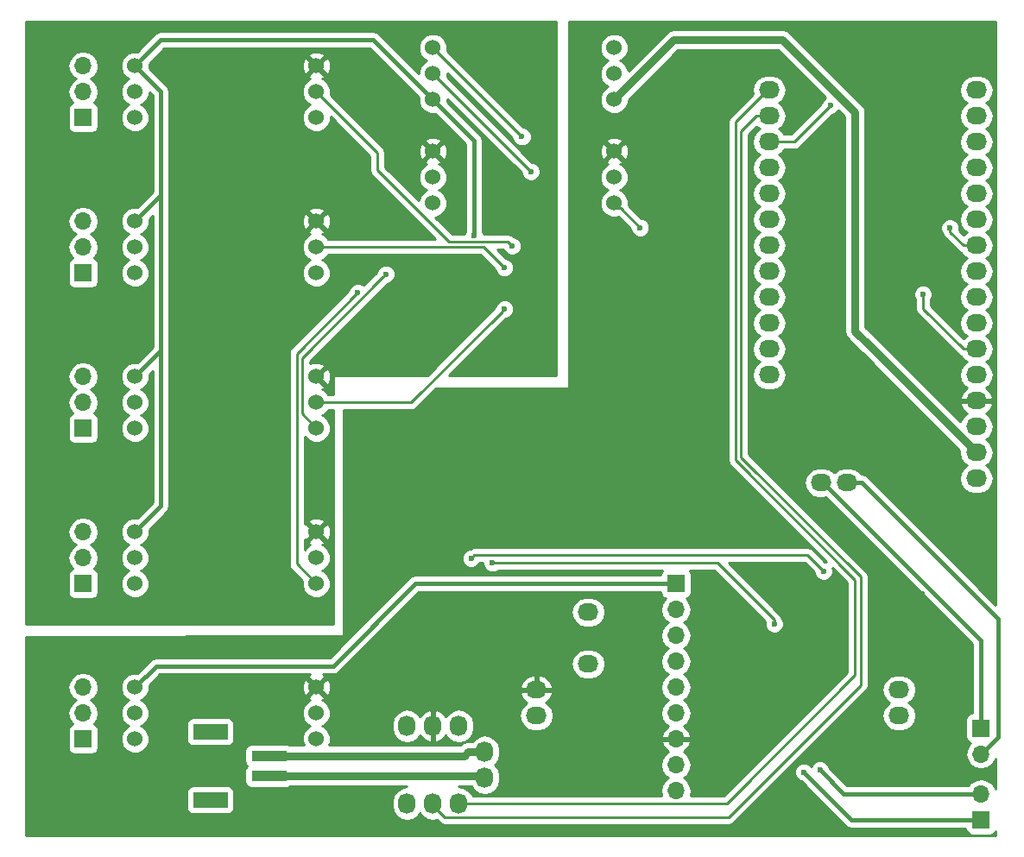
<source format=gbr>
G04 #@! TF.FileFunction,Copper,L2,Bot,Signal*
%FSLAX46Y46*%
G04 Gerber Fmt 4.6, Leading zero omitted, Abs format (unit mm)*
G04 Created by KiCad (PCBNEW 4.0.6) date 06/19/17 16:27:19*
%MOMM*%
%LPD*%
G01*
G04 APERTURE LIST*
%ADD10C,0.100000*%
%ADD11R,3.500000X1.000000*%
%ADD12R,3.400000X1.500000*%
%ADD13O,2.032000X1.727200*%
%ADD14R,1.700000X1.700000*%
%ADD15O,1.700000X1.700000*%
%ADD16C,1.524000*%
%ADD17O,1.727200X2.032000*%
%ADD18C,0.600000*%
%ADD19C,0.250000*%
%ADD20C,0.381000*%
%ADD21C,0.781000*%
%ADD22C,0.254000*%
G04 APERTURE END LIST*
D10*
D11*
X182046600Y-145881600D03*
X182046600Y-143881600D03*
D12*
X176296600Y-148231600D03*
X176296600Y-141531600D03*
D13*
X243840000Y-139954000D03*
X243840000Y-137414000D03*
X208280000Y-137414000D03*
X208280000Y-139954000D03*
X213360000Y-134874000D03*
X213360000Y-129794000D03*
X238760000Y-117094000D03*
X236220000Y-117094000D03*
D14*
X163830000Y-142240000D03*
D15*
X163830000Y-139700000D03*
X163830000Y-137160000D03*
D14*
X163830000Y-111760000D03*
D15*
X163830000Y-109220000D03*
X163830000Y-106680000D03*
D14*
X163830000Y-96520000D03*
D15*
X163830000Y-93980000D03*
X163830000Y-91440000D03*
D14*
X163830000Y-127000000D03*
D15*
X163830000Y-124460000D03*
X163830000Y-121920000D03*
D14*
X163830000Y-81280000D03*
D15*
X163830000Y-78740000D03*
X163830000Y-76200000D03*
D16*
X215900000Y-84590000D03*
X215900000Y-87130000D03*
X215900000Y-89670000D03*
X215900000Y-79510000D03*
X215900000Y-76970000D03*
X215900000Y-74430000D03*
X198120000Y-89670000D03*
X198120000Y-87130000D03*
X198120000Y-84590000D03*
X198120000Y-79510000D03*
X198120000Y-76970000D03*
X198120000Y-74430000D03*
D13*
X251412400Y-116687600D03*
X251412400Y-114147600D03*
X251412400Y-111607600D03*
X251412400Y-109067600D03*
X231092400Y-106527600D03*
X251412400Y-106527600D03*
X231092400Y-103987600D03*
X251412400Y-103987600D03*
X231092400Y-101447600D03*
X251412400Y-101447600D03*
X231092400Y-98907600D03*
X251412400Y-98907600D03*
X231092400Y-96367600D03*
X251412400Y-96367600D03*
X231092400Y-93827600D03*
X251412400Y-93827600D03*
X231092400Y-91287600D03*
X251412400Y-91287600D03*
X231092400Y-88747600D03*
X251412400Y-88747600D03*
X231092400Y-86207600D03*
X251412400Y-86207600D03*
X231092400Y-83667600D03*
X251412400Y-83667600D03*
X231092400Y-81127600D03*
X251412400Y-81127600D03*
X231092400Y-78587600D03*
X251412400Y-78587600D03*
D16*
X186690000Y-111760000D03*
X186690000Y-109220000D03*
X186690000Y-106680000D03*
X168910000Y-111760000D03*
X168910000Y-109220000D03*
X168910000Y-106680000D03*
X186690000Y-96520000D03*
X186690000Y-93980000D03*
X186690000Y-91440000D03*
X168910000Y-96520000D03*
X168910000Y-93980000D03*
X168910000Y-91440000D03*
X186690000Y-127000000D03*
X186690000Y-124460000D03*
X186690000Y-121920000D03*
X168910000Y-127000000D03*
X168910000Y-124460000D03*
X168910000Y-121920000D03*
X186690000Y-81280000D03*
X186690000Y-78740000D03*
X186690000Y-76200000D03*
X168910000Y-81280000D03*
X168910000Y-78740000D03*
X168910000Y-76200000D03*
D17*
X200660000Y-148590000D03*
X198120000Y-148590000D03*
X195580000Y-148590000D03*
X203200000Y-146050000D03*
X203200000Y-143510000D03*
X200660000Y-140970000D03*
X198120000Y-140970000D03*
X195580000Y-140970000D03*
D16*
X186690000Y-142240000D03*
X186690000Y-139700000D03*
X186690000Y-137160000D03*
X168910000Y-142240000D03*
X168910000Y-139700000D03*
X168910000Y-137160000D03*
D14*
X221960000Y-127000000D03*
D15*
X221960000Y-129540000D03*
X221960000Y-132080000D03*
X221960000Y-134620000D03*
X221960000Y-137160000D03*
X221960000Y-139700000D03*
X221960000Y-142240000D03*
X221960000Y-144780000D03*
X221960000Y-147320000D03*
D14*
X251866400Y-150164800D03*
D15*
X251866400Y-147624800D03*
D14*
X251866400Y-141173200D03*
D15*
X251866400Y-143713200D03*
D18*
X246837200Y-133197600D03*
X246075200Y-128016000D03*
X246278400Y-86614000D03*
X250342400Y-76657200D03*
X246380000Y-76758800D03*
X242163600Y-76758800D03*
X240665000Y-113030000D03*
X242570000Y-111125000D03*
X243205000Y-115570000D03*
X245110000Y-113665000D03*
X218440000Y-92075000D03*
X246176800Y-98602800D03*
X198374000Y-103428800D03*
X198374000Y-105156000D03*
X202133200Y-92854179D03*
X193512705Y-96637010D03*
X205148139Y-100054963D03*
X190754000Y-98450400D03*
X205130400Y-96012000D03*
X205892400Y-93878400D03*
X206849600Y-83159600D03*
X203962000Y-124968000D03*
X231597200Y-130962400D03*
X201872011Y-124517989D03*
X236423200Y-125780800D03*
X207721200Y-86571200D03*
X234492800Y-145491200D03*
X236067600Y-145288000D03*
X248818400Y-92100400D03*
X237134400Y-80060800D03*
D19*
X246075200Y-128016000D02*
X246837200Y-128778000D01*
X246837200Y-128778000D02*
X246837200Y-133197600D01*
X246380000Y-76758800D02*
X250240800Y-76758800D01*
X250240800Y-76758800D02*
X250342400Y-76657200D01*
X246430800Y-76708000D02*
X246380000Y-76758800D01*
X242163600Y-76758800D02*
X246380000Y-76758800D01*
X245110000Y-113665000D02*
X242570000Y-111125000D01*
X240665000Y-113030000D02*
X243205000Y-115570000D01*
X218440000Y-92075000D02*
X216535000Y-90170000D01*
X216535000Y-90170000D02*
X215900000Y-90170000D01*
D20*
X221960000Y-127000000D02*
X196392800Y-127000000D01*
X196392800Y-127000000D02*
X188315600Y-135077200D01*
X188315600Y-135077200D02*
X170992800Y-135077200D01*
X170992800Y-135077200D02*
X168910000Y-137160000D01*
D21*
X251612400Y-114147600D02*
X251460000Y-114147600D01*
X251460000Y-114147600D02*
X240941389Y-103628989D01*
X240941389Y-103628989D02*
X240912978Y-103628989D01*
X221750000Y-73660000D02*
X215900000Y-79510000D01*
X240912978Y-103628989D02*
X239518989Y-102235000D01*
X239518989Y-102235000D02*
X239518989Y-80768989D01*
X239518989Y-80768989D02*
X232410000Y-73660000D01*
X232410000Y-73660000D02*
X221750000Y-73660000D01*
D19*
X250146400Y-103987600D02*
X246184000Y-100025200D01*
X246176800Y-98602800D02*
X246176800Y-99027064D01*
X246176800Y-99027064D02*
X246184000Y-99034264D01*
X246184000Y-99034264D02*
X246184000Y-100025200D01*
X251412400Y-103987600D02*
X250146400Y-103987600D01*
X198374000Y-105156000D02*
X198374000Y-103428800D01*
D20*
X202133200Y-92429915D02*
X202133200Y-92854179D01*
X202133200Y-83523200D02*
X202133200Y-92429915D01*
X198120000Y-79510000D02*
X202133200Y-83523200D01*
X168910000Y-76200000D02*
X171450000Y-73660000D01*
X171450000Y-73660000D02*
X192270000Y-73660000D01*
X192270000Y-73660000D02*
X198120000Y-79510000D01*
X171450000Y-88900000D02*
X171450000Y-104140000D01*
X171450000Y-104140000D02*
X171450000Y-119380000D01*
X168910000Y-106680000D02*
X171450000Y-104140000D01*
X171450000Y-119380000D02*
X168910000Y-121920000D01*
X171450000Y-88900000D02*
X168910000Y-91440000D01*
X171450000Y-78740000D02*
X171450000Y-88900000D01*
X168910000Y-76200000D02*
X171450000Y-78740000D01*
D21*
X231140000Y-101447600D02*
X231292400Y-101447600D01*
D19*
X251460000Y-101447600D02*
X251612400Y-101447600D01*
X198120000Y-148590000D02*
X198120000Y-148742400D01*
X198120000Y-148742400D02*
X199308610Y-149931010D01*
X199308610Y-149931010D02*
X227106590Y-149931010D01*
X227106590Y-149931010D02*
X240080800Y-136956800D01*
X240080800Y-136956800D02*
X240080800Y-126339600D01*
X240080800Y-126339600D02*
X228346000Y-114604800D01*
X228346000Y-114604800D02*
X228346000Y-84023200D01*
X228346000Y-83921600D02*
X228346000Y-84023200D01*
X231092400Y-81127600D02*
X229826400Y-81127600D01*
X229826400Y-81127600D02*
X228346000Y-82608000D01*
X228346000Y-82608000D02*
X228346000Y-84023200D01*
X231292400Y-81127600D02*
X231140000Y-81127600D01*
X200660000Y-148590000D02*
X226923600Y-148590000D01*
X227812600Y-147701000D02*
X226923600Y-148590000D01*
X227812600Y-114909600D02*
X227812600Y-81715000D01*
X239522000Y-135991600D02*
X239522000Y-126619000D01*
X239522000Y-126619000D02*
X227812600Y-114909600D01*
X227812600Y-147701000D02*
X239522000Y-135991600D01*
X227812600Y-81715000D02*
X230940000Y-78587600D01*
X230940000Y-78587600D02*
X231092400Y-78587600D01*
X231140000Y-78587600D02*
X231292400Y-78587600D01*
D21*
X182046600Y-145881600D02*
X203031600Y-145881600D01*
X203031600Y-145881600D02*
X203200000Y-146050000D01*
X203200000Y-145897600D02*
X203200000Y-146050000D01*
X203200000Y-143510000D02*
X201555400Y-143510000D01*
X201555400Y-143510000D02*
X201183800Y-143881600D01*
X201183800Y-143881600D02*
X184577600Y-143881600D01*
X184577600Y-143881600D02*
X182046600Y-143881600D01*
D19*
X185267600Y-104882115D02*
X193212706Y-96937009D01*
X193212706Y-96937009D02*
X193512705Y-96637010D01*
X185267600Y-110337600D02*
X185267600Y-104882115D01*
X186690000Y-111760000D02*
X185267600Y-110337600D01*
X186690000Y-109220000D02*
X195983102Y-109220000D01*
X195983102Y-109220000D02*
X204848140Y-100354962D01*
X204848140Y-100354962D02*
X205148139Y-100054963D01*
X184759600Y-104444800D02*
X184759600Y-125069600D01*
X184759600Y-125069600D02*
X186690000Y-127000000D01*
X190754000Y-98450400D02*
X184759600Y-104444800D01*
X203149200Y-94030800D02*
X204830401Y-95712001D01*
X186690000Y-93980000D02*
X203098400Y-93980000D01*
X203098400Y-93980000D02*
X203149200Y-94030800D01*
X205130400Y-96012000D02*
X204830401Y-95712001D01*
X205892400Y-93878400D02*
X205493189Y-93479189D01*
X205493189Y-93479189D02*
X199701989Y-93479189D01*
X199701989Y-93479189D02*
X192684400Y-86461600D01*
X192684400Y-86461600D02*
X192684400Y-84734400D01*
X192684400Y-84734400D02*
X186690000Y-78740000D01*
X206849600Y-83159600D02*
X198120000Y-74430000D01*
X226027064Y-124968000D02*
X203962000Y-124968000D01*
X231597200Y-130962400D02*
X231597200Y-130538136D01*
X231597200Y-130538136D02*
X226027064Y-124968000D01*
X234860390Y-124217990D02*
X202172010Y-124217990D01*
X236423200Y-125780800D02*
X234860390Y-124217990D01*
X202172010Y-124217990D02*
X201872011Y-124517989D01*
X207721200Y-86571200D02*
X198120000Y-76970000D01*
D20*
X234492800Y-145491200D02*
X239166400Y-150164800D01*
X239166400Y-150164800D02*
X251866400Y-150164800D01*
X236067600Y-145288000D02*
X238404400Y-147624800D01*
X238404400Y-147624800D02*
X251866400Y-147624800D01*
X251866400Y-141173200D02*
X251866400Y-132588000D01*
X251866400Y-132588000D02*
X236372400Y-117094000D01*
X236372400Y-117094000D02*
X236220000Y-117094000D01*
X253542800Y-130479800D02*
X253542800Y-142036800D01*
X253542800Y-142036800D02*
X251866400Y-143713200D01*
X238760000Y-117094000D02*
X240157000Y-117094000D01*
X240157000Y-117094000D02*
X253542800Y-130479800D01*
D19*
X248818400Y-92100400D02*
X248818400Y-92499600D01*
X248818400Y-92499600D02*
X250146400Y-93827600D01*
X250146400Y-93827600D02*
X251412400Y-93827600D01*
X233527600Y-83667600D02*
X231092400Y-83667600D01*
X237134400Y-80060800D02*
X233527600Y-83667600D01*
D22*
G36*
X210185000Y-106553000D02*
X199724904Y-106553000D01*
X205287819Y-100990085D01*
X205333306Y-100990125D01*
X205677082Y-100848080D01*
X205940331Y-100585290D01*
X206082977Y-100241762D01*
X206083301Y-99869796D01*
X205941256Y-99526020D01*
X205678466Y-99262771D01*
X205334938Y-99120125D01*
X204962972Y-99119801D01*
X204619196Y-99261846D01*
X204355947Y-99524636D01*
X204213301Y-99868164D01*
X204213260Y-99915040D01*
X197575300Y-106553000D01*
X188468000Y-106553000D01*
X188418590Y-106563006D01*
X188376965Y-106591447D01*
X188349685Y-106633841D01*
X188341000Y-106680000D01*
X188341000Y-108460000D01*
X187887531Y-108460000D01*
X187875010Y-108429697D01*
X187482370Y-108036371D01*
X187290273Y-107956605D01*
X187421143Y-107902397D01*
X187490608Y-107660213D01*
X186690000Y-106859605D01*
X186675858Y-106873748D01*
X186496253Y-106694143D01*
X186510395Y-106680000D01*
X186869605Y-106680000D01*
X187670213Y-107480608D01*
X187912397Y-107411143D01*
X188099144Y-106887698D01*
X188071362Y-106332632D01*
X187912397Y-105948857D01*
X187670213Y-105879392D01*
X186869605Y-106680000D01*
X186510395Y-106680000D01*
X186496253Y-106665858D01*
X186675858Y-106486253D01*
X186690000Y-106500395D01*
X187490608Y-105699787D01*
X187421143Y-105457603D01*
X186897698Y-105270856D01*
X186342632Y-105298638D01*
X186027600Y-105429129D01*
X186027600Y-105196917D01*
X193652385Y-97572132D01*
X193697872Y-97572172D01*
X194041648Y-97430127D01*
X194304897Y-97167337D01*
X194447543Y-96823809D01*
X194447867Y-96451843D01*
X194305822Y-96108067D01*
X194043032Y-95844818D01*
X193699504Y-95702172D01*
X193327538Y-95701848D01*
X192983762Y-95843893D01*
X192720513Y-96106683D01*
X192577867Y-96450211D01*
X192577826Y-96497087D01*
X191350458Y-97724455D01*
X191284327Y-97658208D01*
X190940799Y-97515562D01*
X190568833Y-97515238D01*
X190225057Y-97657283D01*
X189961808Y-97920073D01*
X189819162Y-98263601D01*
X189819121Y-98310477D01*
X184222199Y-103907399D01*
X184057452Y-104153961D01*
X183999600Y-104444800D01*
X183999600Y-125069600D01*
X184057452Y-125360439D01*
X184222199Y-125607001D01*
X185305817Y-126690619D01*
X185293243Y-126720900D01*
X185292758Y-127276661D01*
X185504990Y-127790303D01*
X185897630Y-128183629D01*
X186410900Y-128396757D01*
X186966661Y-128397242D01*
X187480303Y-128185010D01*
X187873629Y-127792370D01*
X188086757Y-127279100D01*
X188087242Y-126723339D01*
X187875010Y-126209697D01*
X187482370Y-125816371D01*
X187274488Y-125730051D01*
X187480303Y-125645010D01*
X187873629Y-125252370D01*
X188086757Y-124739100D01*
X188087242Y-124183339D01*
X187875010Y-123669697D01*
X187482370Y-123276371D01*
X187290273Y-123196605D01*
X187421143Y-123142397D01*
X187490608Y-122900213D01*
X186690000Y-122099605D01*
X185889392Y-122900213D01*
X185958857Y-123142397D01*
X186099318Y-123192509D01*
X185899697Y-123274990D01*
X185519600Y-123654424D01*
X185519600Y-122666057D01*
X185709787Y-122720608D01*
X186510395Y-121920000D01*
X186869605Y-121920000D01*
X187670213Y-122720608D01*
X187912397Y-122651143D01*
X188099144Y-122127698D01*
X188071362Y-121572632D01*
X187912397Y-121188857D01*
X187670213Y-121119392D01*
X186869605Y-121920000D01*
X186510395Y-121920000D01*
X185709787Y-121119392D01*
X185519600Y-121173943D01*
X185519600Y-120939787D01*
X185889392Y-120939787D01*
X186690000Y-121740395D01*
X187490608Y-120939787D01*
X187421143Y-120697603D01*
X186897698Y-120510856D01*
X186342632Y-120538638D01*
X185958857Y-120697603D01*
X185889392Y-120939787D01*
X185519600Y-120939787D01*
X185519600Y-112564939D01*
X185897630Y-112943629D01*
X186410900Y-113156757D01*
X186966661Y-113157242D01*
X187480303Y-112945010D01*
X187873629Y-112552370D01*
X188086757Y-112039100D01*
X188087242Y-111483339D01*
X187875010Y-110969697D01*
X187482370Y-110576371D01*
X187274488Y-110490051D01*
X187480303Y-110405010D01*
X187873629Y-110012370D01*
X187887070Y-109980000D01*
X188341000Y-109980000D01*
X188341000Y-130937000D01*
X158190000Y-130937000D01*
X158190000Y-121920000D01*
X162315907Y-121920000D01*
X162428946Y-122488285D01*
X162750853Y-122970054D01*
X163080026Y-123190000D01*
X162750853Y-123409946D01*
X162428946Y-123891715D01*
X162315907Y-124460000D01*
X162428946Y-125028285D01*
X162750853Y-125510054D01*
X162792452Y-125537850D01*
X162744683Y-125546838D01*
X162528559Y-125685910D01*
X162383569Y-125898110D01*
X162332560Y-126150000D01*
X162332560Y-127850000D01*
X162376838Y-128085317D01*
X162515910Y-128301441D01*
X162728110Y-128446431D01*
X162980000Y-128497440D01*
X164680000Y-128497440D01*
X164915317Y-128453162D01*
X165131441Y-128314090D01*
X165276431Y-128101890D01*
X165327440Y-127850000D01*
X165327440Y-126150000D01*
X165283162Y-125914683D01*
X165144090Y-125698559D01*
X164931890Y-125553569D01*
X164864459Y-125539914D01*
X164909147Y-125510054D01*
X165231054Y-125028285D01*
X165344093Y-124460000D01*
X165231054Y-123891715D01*
X164909147Y-123409946D01*
X164579974Y-123190000D01*
X164909147Y-122970054D01*
X165231054Y-122488285D01*
X165344093Y-121920000D01*
X165231054Y-121351715D01*
X164909147Y-120869946D01*
X164427378Y-120548039D01*
X163859093Y-120435000D01*
X163800907Y-120435000D01*
X163232622Y-120548039D01*
X162750853Y-120869946D01*
X162428946Y-121351715D01*
X162315907Y-121920000D01*
X158190000Y-121920000D01*
X158190000Y-106680000D01*
X162315907Y-106680000D01*
X162428946Y-107248285D01*
X162750853Y-107730054D01*
X163080026Y-107950000D01*
X162750853Y-108169946D01*
X162428946Y-108651715D01*
X162315907Y-109220000D01*
X162428946Y-109788285D01*
X162750853Y-110270054D01*
X162792452Y-110297850D01*
X162744683Y-110306838D01*
X162528559Y-110445910D01*
X162383569Y-110658110D01*
X162332560Y-110910000D01*
X162332560Y-112610000D01*
X162376838Y-112845317D01*
X162515910Y-113061441D01*
X162728110Y-113206431D01*
X162980000Y-113257440D01*
X164680000Y-113257440D01*
X164915317Y-113213162D01*
X165131441Y-113074090D01*
X165276431Y-112861890D01*
X165327440Y-112610000D01*
X165327440Y-110910000D01*
X165283162Y-110674683D01*
X165144090Y-110458559D01*
X164931890Y-110313569D01*
X164864459Y-110299914D01*
X164909147Y-110270054D01*
X165231054Y-109788285D01*
X165344093Y-109220000D01*
X165231054Y-108651715D01*
X164909147Y-108169946D01*
X164579974Y-107950000D01*
X164909147Y-107730054D01*
X165231054Y-107248285D01*
X165344093Y-106680000D01*
X165231054Y-106111715D01*
X164909147Y-105629946D01*
X164427378Y-105308039D01*
X163859093Y-105195000D01*
X163800907Y-105195000D01*
X163232622Y-105308039D01*
X162750853Y-105629946D01*
X162428946Y-106111715D01*
X162315907Y-106680000D01*
X158190000Y-106680000D01*
X158190000Y-91440000D01*
X162315907Y-91440000D01*
X162428946Y-92008285D01*
X162750853Y-92490054D01*
X163080026Y-92710000D01*
X162750853Y-92929946D01*
X162428946Y-93411715D01*
X162315907Y-93980000D01*
X162428946Y-94548285D01*
X162750853Y-95030054D01*
X162792452Y-95057850D01*
X162744683Y-95066838D01*
X162528559Y-95205910D01*
X162383569Y-95418110D01*
X162332560Y-95670000D01*
X162332560Y-97370000D01*
X162376838Y-97605317D01*
X162515910Y-97821441D01*
X162728110Y-97966431D01*
X162980000Y-98017440D01*
X164680000Y-98017440D01*
X164915317Y-97973162D01*
X165131441Y-97834090D01*
X165276431Y-97621890D01*
X165327440Y-97370000D01*
X165327440Y-95670000D01*
X165283162Y-95434683D01*
X165144090Y-95218559D01*
X164931890Y-95073569D01*
X164864459Y-95059914D01*
X164909147Y-95030054D01*
X165231054Y-94548285D01*
X165344093Y-93980000D01*
X165231054Y-93411715D01*
X164909147Y-92929946D01*
X164579974Y-92710000D01*
X164909147Y-92490054D01*
X165231054Y-92008285D01*
X165344093Y-91440000D01*
X165231054Y-90871715D01*
X164909147Y-90389946D01*
X164427378Y-90068039D01*
X163859093Y-89955000D01*
X163800907Y-89955000D01*
X163232622Y-90068039D01*
X162750853Y-90389946D01*
X162428946Y-90871715D01*
X162315907Y-91440000D01*
X158190000Y-91440000D01*
X158190000Y-76200000D01*
X162315907Y-76200000D01*
X162428946Y-76768285D01*
X162750853Y-77250054D01*
X163080026Y-77470000D01*
X162750853Y-77689946D01*
X162428946Y-78171715D01*
X162315907Y-78740000D01*
X162428946Y-79308285D01*
X162750853Y-79790054D01*
X162792452Y-79817850D01*
X162744683Y-79826838D01*
X162528559Y-79965910D01*
X162383569Y-80178110D01*
X162332560Y-80430000D01*
X162332560Y-82130000D01*
X162376838Y-82365317D01*
X162515910Y-82581441D01*
X162728110Y-82726431D01*
X162980000Y-82777440D01*
X164680000Y-82777440D01*
X164915317Y-82733162D01*
X165131441Y-82594090D01*
X165276431Y-82381890D01*
X165327440Y-82130000D01*
X165327440Y-80430000D01*
X165283162Y-80194683D01*
X165144090Y-79978559D01*
X164931890Y-79833569D01*
X164864459Y-79819914D01*
X164909147Y-79790054D01*
X165231054Y-79308285D01*
X165344093Y-78740000D01*
X165231054Y-78171715D01*
X164909147Y-77689946D01*
X164579974Y-77470000D01*
X164909147Y-77250054D01*
X165231054Y-76768285D01*
X165289061Y-76476661D01*
X167512758Y-76476661D01*
X167724990Y-76990303D01*
X168117630Y-77383629D01*
X168325512Y-77469949D01*
X168119697Y-77554990D01*
X167726371Y-77947630D01*
X167513243Y-78460900D01*
X167512758Y-79016661D01*
X167724990Y-79530303D01*
X168117630Y-79923629D01*
X168325512Y-80009949D01*
X168119697Y-80094990D01*
X167726371Y-80487630D01*
X167513243Y-81000900D01*
X167512758Y-81556661D01*
X167724990Y-82070303D01*
X168117630Y-82463629D01*
X168630900Y-82676757D01*
X169186661Y-82677242D01*
X169700303Y-82465010D01*
X170093629Y-82072370D01*
X170306757Y-81559100D01*
X170307242Y-81003339D01*
X170095010Y-80489697D01*
X169702370Y-80096371D01*
X169494488Y-80010051D01*
X169700303Y-79925010D01*
X170093629Y-79532370D01*
X170306757Y-79019100D01*
X170306979Y-78764412D01*
X170624500Y-79081933D01*
X170624500Y-88558067D01*
X169139367Y-90043200D01*
X168633339Y-90042758D01*
X168119697Y-90254990D01*
X167726371Y-90647630D01*
X167513243Y-91160900D01*
X167512758Y-91716661D01*
X167724990Y-92230303D01*
X168117630Y-92623629D01*
X168325512Y-92709949D01*
X168119697Y-92794990D01*
X167726371Y-93187630D01*
X167513243Y-93700900D01*
X167512758Y-94256661D01*
X167724990Y-94770303D01*
X168117630Y-95163629D01*
X168325512Y-95249949D01*
X168119697Y-95334990D01*
X167726371Y-95727630D01*
X167513243Y-96240900D01*
X167512758Y-96796661D01*
X167724990Y-97310303D01*
X168117630Y-97703629D01*
X168630900Y-97916757D01*
X169186661Y-97917242D01*
X169700303Y-97705010D01*
X170093629Y-97312370D01*
X170306757Y-96799100D01*
X170307242Y-96243339D01*
X170095010Y-95729697D01*
X169702370Y-95336371D01*
X169494488Y-95250051D01*
X169700303Y-95165010D01*
X170093629Y-94772370D01*
X170306757Y-94259100D01*
X170307242Y-93703339D01*
X170095010Y-93189697D01*
X169702370Y-92796371D01*
X169494488Y-92710051D01*
X169700303Y-92625010D01*
X170093629Y-92232370D01*
X170306757Y-91719100D01*
X170307201Y-91210233D01*
X170624500Y-90892934D01*
X170624500Y-103798067D01*
X169139367Y-105283200D01*
X168633339Y-105282758D01*
X168119697Y-105494990D01*
X167726371Y-105887630D01*
X167513243Y-106400900D01*
X167512758Y-106956661D01*
X167724990Y-107470303D01*
X168117630Y-107863629D01*
X168325512Y-107949949D01*
X168119697Y-108034990D01*
X167726371Y-108427630D01*
X167513243Y-108940900D01*
X167512758Y-109496661D01*
X167724990Y-110010303D01*
X168117630Y-110403629D01*
X168325512Y-110489949D01*
X168119697Y-110574990D01*
X167726371Y-110967630D01*
X167513243Y-111480900D01*
X167512758Y-112036661D01*
X167724990Y-112550303D01*
X168117630Y-112943629D01*
X168630900Y-113156757D01*
X169186661Y-113157242D01*
X169700303Y-112945010D01*
X170093629Y-112552370D01*
X170306757Y-112039100D01*
X170307242Y-111483339D01*
X170095010Y-110969697D01*
X169702370Y-110576371D01*
X169494488Y-110490051D01*
X169700303Y-110405010D01*
X170093629Y-110012370D01*
X170306757Y-109499100D01*
X170307242Y-108943339D01*
X170095010Y-108429697D01*
X169702370Y-108036371D01*
X169494488Y-107950051D01*
X169700303Y-107865010D01*
X170093629Y-107472370D01*
X170306757Y-106959100D01*
X170307201Y-106450233D01*
X170624500Y-106132934D01*
X170624500Y-119038067D01*
X169139367Y-120523200D01*
X168633339Y-120522758D01*
X168119697Y-120734990D01*
X167726371Y-121127630D01*
X167513243Y-121640900D01*
X167512758Y-122196661D01*
X167724990Y-122710303D01*
X168117630Y-123103629D01*
X168325512Y-123189949D01*
X168119697Y-123274990D01*
X167726371Y-123667630D01*
X167513243Y-124180900D01*
X167512758Y-124736661D01*
X167724990Y-125250303D01*
X168117630Y-125643629D01*
X168325512Y-125729949D01*
X168119697Y-125814990D01*
X167726371Y-126207630D01*
X167513243Y-126720900D01*
X167512758Y-127276661D01*
X167724990Y-127790303D01*
X168117630Y-128183629D01*
X168630900Y-128396757D01*
X169186661Y-128397242D01*
X169700303Y-128185010D01*
X170093629Y-127792370D01*
X170306757Y-127279100D01*
X170307242Y-126723339D01*
X170095010Y-126209697D01*
X169702370Y-125816371D01*
X169494488Y-125730051D01*
X169700303Y-125645010D01*
X170093629Y-125252370D01*
X170306757Y-124739100D01*
X170307242Y-124183339D01*
X170095010Y-123669697D01*
X169702370Y-123276371D01*
X169494488Y-123190051D01*
X169700303Y-123105010D01*
X170093629Y-122712370D01*
X170306757Y-122199100D01*
X170307201Y-121690233D01*
X172033714Y-119963719D01*
X172033717Y-119963717D01*
X172212663Y-119695905D01*
X172275500Y-119380000D01*
X172275500Y-91232302D01*
X185280856Y-91232302D01*
X185308638Y-91787368D01*
X185467603Y-92171143D01*
X185709787Y-92240608D01*
X186510395Y-91440000D01*
X186869605Y-91440000D01*
X187670213Y-92240608D01*
X187912397Y-92171143D01*
X188099144Y-91647698D01*
X188071362Y-91092632D01*
X187912397Y-90708857D01*
X187670213Y-90639392D01*
X186869605Y-91440000D01*
X186510395Y-91440000D01*
X185709787Y-90639392D01*
X185467603Y-90708857D01*
X185280856Y-91232302D01*
X172275500Y-91232302D01*
X172275500Y-90459787D01*
X185889392Y-90459787D01*
X186690000Y-91260395D01*
X187490608Y-90459787D01*
X187421143Y-90217603D01*
X186897698Y-90030856D01*
X186342632Y-90058638D01*
X185958857Y-90217603D01*
X185889392Y-90459787D01*
X172275500Y-90459787D01*
X172275500Y-78740000D01*
X172212663Y-78424095D01*
X172033717Y-78156283D01*
X172033714Y-78156281D01*
X170306800Y-76429367D01*
X170307181Y-75992302D01*
X185280856Y-75992302D01*
X185308638Y-76547368D01*
X185467603Y-76931143D01*
X185709787Y-77000608D01*
X186510395Y-76200000D01*
X186869605Y-76200000D01*
X187670213Y-77000608D01*
X187912397Y-76931143D01*
X188099144Y-76407698D01*
X188071362Y-75852632D01*
X187912397Y-75468857D01*
X187670213Y-75399392D01*
X186869605Y-76200000D01*
X186510395Y-76200000D01*
X185709787Y-75399392D01*
X185467603Y-75468857D01*
X185280856Y-75992302D01*
X170307181Y-75992302D01*
X170307201Y-75970233D01*
X171057646Y-75219787D01*
X185889392Y-75219787D01*
X186690000Y-76020395D01*
X187490608Y-75219787D01*
X187421143Y-74977603D01*
X186897698Y-74790856D01*
X186342632Y-74818638D01*
X185958857Y-74977603D01*
X185889392Y-75219787D01*
X171057646Y-75219787D01*
X171791933Y-74485500D01*
X191928066Y-74485500D01*
X196723200Y-79280633D01*
X196722758Y-79786661D01*
X196934990Y-80300303D01*
X197327630Y-80693629D01*
X197840900Y-80906757D01*
X198349767Y-80907201D01*
X201307700Y-83865134D01*
X201307700Y-92404066D01*
X201198362Y-92667380D01*
X201198317Y-92719189D01*
X200016791Y-92719189D01*
X198364816Y-91067214D01*
X198396661Y-91067242D01*
X198910303Y-90855010D01*
X199303629Y-90462370D01*
X199516757Y-89949100D01*
X199517242Y-89393339D01*
X199305010Y-88879697D01*
X198912370Y-88486371D01*
X198704488Y-88400051D01*
X198910303Y-88315010D01*
X199303629Y-87922370D01*
X199516757Y-87409100D01*
X199517242Y-86853339D01*
X199305010Y-86339697D01*
X198912370Y-85946371D01*
X198720273Y-85866605D01*
X198851143Y-85812397D01*
X198920608Y-85570213D01*
X198120000Y-84769605D01*
X197319392Y-85570213D01*
X197388857Y-85812397D01*
X197529318Y-85862509D01*
X197329697Y-85944990D01*
X196936371Y-86337630D01*
X196723243Y-86850900D01*
X196722758Y-87406661D01*
X196934990Y-87920303D01*
X197327630Y-88313629D01*
X197535512Y-88399949D01*
X197329697Y-88484990D01*
X196936371Y-88877630D01*
X196723243Y-89390900D01*
X196723213Y-89425611D01*
X193444400Y-86146798D01*
X193444400Y-84734400D01*
X193386548Y-84443561D01*
X193345617Y-84382302D01*
X196710856Y-84382302D01*
X196738638Y-84937368D01*
X196897603Y-85321143D01*
X197139787Y-85390608D01*
X197940395Y-84590000D01*
X198299605Y-84590000D01*
X199100213Y-85390608D01*
X199342397Y-85321143D01*
X199529144Y-84797698D01*
X199501362Y-84242632D01*
X199342397Y-83858857D01*
X199100213Y-83789392D01*
X198299605Y-84590000D01*
X197940395Y-84590000D01*
X197139787Y-83789392D01*
X196897603Y-83858857D01*
X196710856Y-84382302D01*
X193345617Y-84382302D01*
X193221801Y-84196999D01*
X192634589Y-83609787D01*
X197319392Y-83609787D01*
X198120000Y-84410395D01*
X198920608Y-83609787D01*
X198851143Y-83367603D01*
X198327698Y-83180856D01*
X197772632Y-83208638D01*
X197388857Y-83367603D01*
X197319392Y-83609787D01*
X192634589Y-83609787D01*
X188074183Y-79049381D01*
X188086757Y-79019100D01*
X188087242Y-78463339D01*
X187875010Y-77949697D01*
X187482370Y-77556371D01*
X187290273Y-77476605D01*
X187421143Y-77422397D01*
X187490608Y-77180213D01*
X186690000Y-76379605D01*
X185889392Y-77180213D01*
X185958857Y-77422397D01*
X186099318Y-77472509D01*
X185899697Y-77554990D01*
X185506371Y-77947630D01*
X185293243Y-78460900D01*
X185292758Y-79016661D01*
X185504990Y-79530303D01*
X185897630Y-79923629D01*
X186105512Y-80009949D01*
X185899697Y-80094990D01*
X185506371Y-80487630D01*
X185293243Y-81000900D01*
X185292758Y-81556661D01*
X185504990Y-82070303D01*
X185897630Y-82463629D01*
X186410900Y-82676757D01*
X186966661Y-82677242D01*
X187480303Y-82465010D01*
X187873629Y-82072370D01*
X188086757Y-81559100D01*
X188087060Y-81211862D01*
X191924400Y-85049202D01*
X191924400Y-86461600D01*
X191982252Y-86752439D01*
X192146999Y-86999001D01*
X198367998Y-93220000D01*
X187887531Y-93220000D01*
X187875010Y-93189697D01*
X187482370Y-92796371D01*
X187290273Y-92716605D01*
X187421143Y-92662397D01*
X187490608Y-92420213D01*
X186690000Y-91619605D01*
X185889392Y-92420213D01*
X185958857Y-92662397D01*
X186099318Y-92712509D01*
X185899697Y-92794990D01*
X185506371Y-93187630D01*
X185293243Y-93700900D01*
X185292758Y-94256661D01*
X185504990Y-94770303D01*
X185897630Y-95163629D01*
X186105512Y-95249949D01*
X185899697Y-95334990D01*
X185506371Y-95727630D01*
X185293243Y-96240900D01*
X185292758Y-96796661D01*
X185504990Y-97310303D01*
X185897630Y-97703629D01*
X186410900Y-97916757D01*
X186966661Y-97917242D01*
X187480303Y-97705010D01*
X187873629Y-97312370D01*
X188086757Y-96799100D01*
X188087242Y-96243339D01*
X187875010Y-95729697D01*
X187482370Y-95336371D01*
X187274488Y-95250051D01*
X187480303Y-95165010D01*
X187873629Y-94772370D01*
X187887070Y-94740000D01*
X202783598Y-94740000D01*
X204195278Y-96151680D01*
X204195238Y-96197167D01*
X204337283Y-96540943D01*
X204600073Y-96804192D01*
X204943601Y-96946838D01*
X205315567Y-96947162D01*
X205659343Y-96805117D01*
X205922592Y-96542327D01*
X206065238Y-96198799D01*
X206065562Y-95826833D01*
X205923517Y-95483057D01*
X205660727Y-95219808D01*
X205317199Y-95077162D01*
X205270323Y-95077121D01*
X204432391Y-94239189D01*
X205029803Y-94239189D01*
X205099283Y-94407343D01*
X205362073Y-94670592D01*
X205705601Y-94813238D01*
X206077567Y-94813562D01*
X206421343Y-94671517D01*
X206684592Y-94408727D01*
X206827238Y-94065199D01*
X206827562Y-93693233D01*
X206685517Y-93349457D01*
X206422727Y-93086208D01*
X206079199Y-92943562D01*
X206032323Y-92943521D01*
X206030590Y-92941788D01*
X205784028Y-92777041D01*
X205493189Y-92719189D01*
X203068318Y-92719189D01*
X203068362Y-92669012D01*
X202958700Y-92403609D01*
X202958700Y-83523205D01*
X202958701Y-83523200D01*
X202895863Y-83207294D01*
X202716917Y-82939483D01*
X199516800Y-79739366D01*
X199517060Y-79441862D01*
X206786078Y-86710880D01*
X206786038Y-86756367D01*
X206928083Y-87100143D01*
X207190873Y-87363392D01*
X207534401Y-87506038D01*
X207906367Y-87506362D01*
X208250143Y-87364317D01*
X208513392Y-87101527D01*
X208656038Y-86757999D01*
X208656362Y-86386033D01*
X208514317Y-86042257D01*
X208251527Y-85779008D01*
X207907999Y-85636362D01*
X207861123Y-85636321D01*
X199504183Y-77279381D01*
X199516757Y-77249100D01*
X199517060Y-76901862D01*
X205914478Y-83299280D01*
X205914438Y-83344767D01*
X206056483Y-83688543D01*
X206319273Y-83951792D01*
X206662801Y-84094438D01*
X207034767Y-84094762D01*
X207378543Y-83952717D01*
X207641792Y-83689927D01*
X207784438Y-83346399D01*
X207784762Y-82974433D01*
X207642717Y-82630657D01*
X207379927Y-82367408D01*
X207036399Y-82224762D01*
X206989523Y-82224721D01*
X199504183Y-74739381D01*
X199516757Y-74709100D01*
X199517242Y-74153339D01*
X199305010Y-73639697D01*
X198912370Y-73246371D01*
X198399100Y-73033243D01*
X197843339Y-73032758D01*
X197329697Y-73244990D01*
X196936371Y-73637630D01*
X196723243Y-74150900D01*
X196722758Y-74706661D01*
X196934990Y-75220303D01*
X197327630Y-75613629D01*
X197535512Y-75699949D01*
X197329697Y-75784990D01*
X196936371Y-76177630D01*
X196723243Y-76690900D01*
X196723021Y-76945587D01*
X192853717Y-73076283D01*
X192585906Y-72897337D01*
X192270000Y-72834500D01*
X171450000Y-72834500D01*
X171134095Y-72897337D01*
X170866283Y-73076283D01*
X170866281Y-73076286D01*
X169139367Y-74803200D01*
X168633339Y-74802758D01*
X168119697Y-75014990D01*
X167726371Y-75407630D01*
X167513243Y-75920900D01*
X167512758Y-76476661D01*
X165289061Y-76476661D01*
X165344093Y-76200000D01*
X165231054Y-75631715D01*
X164909147Y-75149946D01*
X164427378Y-74828039D01*
X163859093Y-74715000D01*
X163800907Y-74715000D01*
X163232622Y-74828039D01*
X162750853Y-75149946D01*
X162428946Y-75631715D01*
X162315907Y-76200000D01*
X158190000Y-76200000D01*
X158190000Y-71830000D01*
X210185000Y-71830000D01*
X210185000Y-106553000D01*
X210185000Y-106553000D01*
G37*
X210185000Y-106553000D02*
X199724904Y-106553000D01*
X205287819Y-100990085D01*
X205333306Y-100990125D01*
X205677082Y-100848080D01*
X205940331Y-100585290D01*
X206082977Y-100241762D01*
X206083301Y-99869796D01*
X205941256Y-99526020D01*
X205678466Y-99262771D01*
X205334938Y-99120125D01*
X204962972Y-99119801D01*
X204619196Y-99261846D01*
X204355947Y-99524636D01*
X204213301Y-99868164D01*
X204213260Y-99915040D01*
X197575300Y-106553000D01*
X188468000Y-106553000D01*
X188418590Y-106563006D01*
X188376965Y-106591447D01*
X188349685Y-106633841D01*
X188341000Y-106680000D01*
X188341000Y-108460000D01*
X187887531Y-108460000D01*
X187875010Y-108429697D01*
X187482370Y-108036371D01*
X187290273Y-107956605D01*
X187421143Y-107902397D01*
X187490608Y-107660213D01*
X186690000Y-106859605D01*
X186675858Y-106873748D01*
X186496253Y-106694143D01*
X186510395Y-106680000D01*
X186869605Y-106680000D01*
X187670213Y-107480608D01*
X187912397Y-107411143D01*
X188099144Y-106887698D01*
X188071362Y-106332632D01*
X187912397Y-105948857D01*
X187670213Y-105879392D01*
X186869605Y-106680000D01*
X186510395Y-106680000D01*
X186496253Y-106665858D01*
X186675858Y-106486253D01*
X186690000Y-106500395D01*
X187490608Y-105699787D01*
X187421143Y-105457603D01*
X186897698Y-105270856D01*
X186342632Y-105298638D01*
X186027600Y-105429129D01*
X186027600Y-105196917D01*
X193652385Y-97572132D01*
X193697872Y-97572172D01*
X194041648Y-97430127D01*
X194304897Y-97167337D01*
X194447543Y-96823809D01*
X194447867Y-96451843D01*
X194305822Y-96108067D01*
X194043032Y-95844818D01*
X193699504Y-95702172D01*
X193327538Y-95701848D01*
X192983762Y-95843893D01*
X192720513Y-96106683D01*
X192577867Y-96450211D01*
X192577826Y-96497087D01*
X191350458Y-97724455D01*
X191284327Y-97658208D01*
X190940799Y-97515562D01*
X190568833Y-97515238D01*
X190225057Y-97657283D01*
X189961808Y-97920073D01*
X189819162Y-98263601D01*
X189819121Y-98310477D01*
X184222199Y-103907399D01*
X184057452Y-104153961D01*
X183999600Y-104444800D01*
X183999600Y-125069600D01*
X184057452Y-125360439D01*
X184222199Y-125607001D01*
X185305817Y-126690619D01*
X185293243Y-126720900D01*
X185292758Y-127276661D01*
X185504990Y-127790303D01*
X185897630Y-128183629D01*
X186410900Y-128396757D01*
X186966661Y-128397242D01*
X187480303Y-128185010D01*
X187873629Y-127792370D01*
X188086757Y-127279100D01*
X188087242Y-126723339D01*
X187875010Y-126209697D01*
X187482370Y-125816371D01*
X187274488Y-125730051D01*
X187480303Y-125645010D01*
X187873629Y-125252370D01*
X188086757Y-124739100D01*
X188087242Y-124183339D01*
X187875010Y-123669697D01*
X187482370Y-123276371D01*
X187290273Y-123196605D01*
X187421143Y-123142397D01*
X187490608Y-122900213D01*
X186690000Y-122099605D01*
X185889392Y-122900213D01*
X185958857Y-123142397D01*
X186099318Y-123192509D01*
X185899697Y-123274990D01*
X185519600Y-123654424D01*
X185519600Y-122666057D01*
X185709787Y-122720608D01*
X186510395Y-121920000D01*
X186869605Y-121920000D01*
X187670213Y-122720608D01*
X187912397Y-122651143D01*
X188099144Y-122127698D01*
X188071362Y-121572632D01*
X187912397Y-121188857D01*
X187670213Y-121119392D01*
X186869605Y-121920000D01*
X186510395Y-121920000D01*
X185709787Y-121119392D01*
X185519600Y-121173943D01*
X185519600Y-120939787D01*
X185889392Y-120939787D01*
X186690000Y-121740395D01*
X187490608Y-120939787D01*
X187421143Y-120697603D01*
X186897698Y-120510856D01*
X186342632Y-120538638D01*
X185958857Y-120697603D01*
X185889392Y-120939787D01*
X185519600Y-120939787D01*
X185519600Y-112564939D01*
X185897630Y-112943629D01*
X186410900Y-113156757D01*
X186966661Y-113157242D01*
X187480303Y-112945010D01*
X187873629Y-112552370D01*
X188086757Y-112039100D01*
X188087242Y-111483339D01*
X187875010Y-110969697D01*
X187482370Y-110576371D01*
X187274488Y-110490051D01*
X187480303Y-110405010D01*
X187873629Y-110012370D01*
X187887070Y-109980000D01*
X188341000Y-109980000D01*
X188341000Y-130937000D01*
X158190000Y-130937000D01*
X158190000Y-121920000D01*
X162315907Y-121920000D01*
X162428946Y-122488285D01*
X162750853Y-122970054D01*
X163080026Y-123190000D01*
X162750853Y-123409946D01*
X162428946Y-123891715D01*
X162315907Y-124460000D01*
X162428946Y-125028285D01*
X162750853Y-125510054D01*
X162792452Y-125537850D01*
X162744683Y-125546838D01*
X162528559Y-125685910D01*
X162383569Y-125898110D01*
X162332560Y-126150000D01*
X162332560Y-127850000D01*
X162376838Y-128085317D01*
X162515910Y-128301441D01*
X162728110Y-128446431D01*
X162980000Y-128497440D01*
X164680000Y-128497440D01*
X164915317Y-128453162D01*
X165131441Y-128314090D01*
X165276431Y-128101890D01*
X165327440Y-127850000D01*
X165327440Y-126150000D01*
X165283162Y-125914683D01*
X165144090Y-125698559D01*
X164931890Y-125553569D01*
X164864459Y-125539914D01*
X164909147Y-125510054D01*
X165231054Y-125028285D01*
X165344093Y-124460000D01*
X165231054Y-123891715D01*
X164909147Y-123409946D01*
X164579974Y-123190000D01*
X164909147Y-122970054D01*
X165231054Y-122488285D01*
X165344093Y-121920000D01*
X165231054Y-121351715D01*
X164909147Y-120869946D01*
X164427378Y-120548039D01*
X163859093Y-120435000D01*
X163800907Y-120435000D01*
X163232622Y-120548039D01*
X162750853Y-120869946D01*
X162428946Y-121351715D01*
X162315907Y-121920000D01*
X158190000Y-121920000D01*
X158190000Y-106680000D01*
X162315907Y-106680000D01*
X162428946Y-107248285D01*
X162750853Y-107730054D01*
X163080026Y-107950000D01*
X162750853Y-108169946D01*
X162428946Y-108651715D01*
X162315907Y-109220000D01*
X162428946Y-109788285D01*
X162750853Y-110270054D01*
X162792452Y-110297850D01*
X162744683Y-110306838D01*
X162528559Y-110445910D01*
X162383569Y-110658110D01*
X162332560Y-110910000D01*
X162332560Y-112610000D01*
X162376838Y-112845317D01*
X162515910Y-113061441D01*
X162728110Y-113206431D01*
X162980000Y-113257440D01*
X164680000Y-113257440D01*
X164915317Y-113213162D01*
X165131441Y-113074090D01*
X165276431Y-112861890D01*
X165327440Y-112610000D01*
X165327440Y-110910000D01*
X165283162Y-110674683D01*
X165144090Y-110458559D01*
X164931890Y-110313569D01*
X164864459Y-110299914D01*
X164909147Y-110270054D01*
X165231054Y-109788285D01*
X165344093Y-109220000D01*
X165231054Y-108651715D01*
X164909147Y-108169946D01*
X164579974Y-107950000D01*
X164909147Y-107730054D01*
X165231054Y-107248285D01*
X165344093Y-106680000D01*
X165231054Y-106111715D01*
X164909147Y-105629946D01*
X164427378Y-105308039D01*
X163859093Y-105195000D01*
X163800907Y-105195000D01*
X163232622Y-105308039D01*
X162750853Y-105629946D01*
X162428946Y-106111715D01*
X162315907Y-106680000D01*
X158190000Y-106680000D01*
X158190000Y-91440000D01*
X162315907Y-91440000D01*
X162428946Y-92008285D01*
X162750853Y-92490054D01*
X163080026Y-92710000D01*
X162750853Y-92929946D01*
X162428946Y-93411715D01*
X162315907Y-93980000D01*
X162428946Y-94548285D01*
X162750853Y-95030054D01*
X162792452Y-95057850D01*
X162744683Y-95066838D01*
X162528559Y-95205910D01*
X162383569Y-95418110D01*
X162332560Y-95670000D01*
X162332560Y-97370000D01*
X162376838Y-97605317D01*
X162515910Y-97821441D01*
X162728110Y-97966431D01*
X162980000Y-98017440D01*
X164680000Y-98017440D01*
X164915317Y-97973162D01*
X165131441Y-97834090D01*
X165276431Y-97621890D01*
X165327440Y-97370000D01*
X165327440Y-95670000D01*
X165283162Y-95434683D01*
X165144090Y-95218559D01*
X164931890Y-95073569D01*
X164864459Y-95059914D01*
X164909147Y-95030054D01*
X165231054Y-94548285D01*
X165344093Y-93980000D01*
X165231054Y-93411715D01*
X164909147Y-92929946D01*
X164579974Y-92710000D01*
X164909147Y-92490054D01*
X165231054Y-92008285D01*
X165344093Y-91440000D01*
X165231054Y-90871715D01*
X164909147Y-90389946D01*
X164427378Y-90068039D01*
X163859093Y-89955000D01*
X163800907Y-89955000D01*
X163232622Y-90068039D01*
X162750853Y-90389946D01*
X162428946Y-90871715D01*
X162315907Y-91440000D01*
X158190000Y-91440000D01*
X158190000Y-76200000D01*
X162315907Y-76200000D01*
X162428946Y-76768285D01*
X162750853Y-77250054D01*
X163080026Y-77470000D01*
X162750853Y-77689946D01*
X162428946Y-78171715D01*
X162315907Y-78740000D01*
X162428946Y-79308285D01*
X162750853Y-79790054D01*
X162792452Y-79817850D01*
X162744683Y-79826838D01*
X162528559Y-79965910D01*
X162383569Y-80178110D01*
X162332560Y-80430000D01*
X162332560Y-82130000D01*
X162376838Y-82365317D01*
X162515910Y-82581441D01*
X162728110Y-82726431D01*
X162980000Y-82777440D01*
X164680000Y-82777440D01*
X164915317Y-82733162D01*
X165131441Y-82594090D01*
X165276431Y-82381890D01*
X165327440Y-82130000D01*
X165327440Y-80430000D01*
X165283162Y-80194683D01*
X165144090Y-79978559D01*
X164931890Y-79833569D01*
X164864459Y-79819914D01*
X164909147Y-79790054D01*
X165231054Y-79308285D01*
X165344093Y-78740000D01*
X165231054Y-78171715D01*
X164909147Y-77689946D01*
X164579974Y-77470000D01*
X164909147Y-77250054D01*
X165231054Y-76768285D01*
X165289061Y-76476661D01*
X167512758Y-76476661D01*
X167724990Y-76990303D01*
X168117630Y-77383629D01*
X168325512Y-77469949D01*
X168119697Y-77554990D01*
X167726371Y-77947630D01*
X167513243Y-78460900D01*
X167512758Y-79016661D01*
X167724990Y-79530303D01*
X168117630Y-79923629D01*
X168325512Y-80009949D01*
X168119697Y-80094990D01*
X167726371Y-80487630D01*
X167513243Y-81000900D01*
X167512758Y-81556661D01*
X167724990Y-82070303D01*
X168117630Y-82463629D01*
X168630900Y-82676757D01*
X169186661Y-82677242D01*
X169700303Y-82465010D01*
X170093629Y-82072370D01*
X170306757Y-81559100D01*
X170307242Y-81003339D01*
X170095010Y-80489697D01*
X169702370Y-80096371D01*
X169494488Y-80010051D01*
X169700303Y-79925010D01*
X170093629Y-79532370D01*
X170306757Y-79019100D01*
X170306979Y-78764412D01*
X170624500Y-79081933D01*
X170624500Y-88558067D01*
X169139367Y-90043200D01*
X168633339Y-90042758D01*
X168119697Y-90254990D01*
X167726371Y-90647630D01*
X167513243Y-91160900D01*
X167512758Y-91716661D01*
X167724990Y-92230303D01*
X168117630Y-92623629D01*
X168325512Y-92709949D01*
X168119697Y-92794990D01*
X167726371Y-93187630D01*
X167513243Y-93700900D01*
X167512758Y-94256661D01*
X167724990Y-94770303D01*
X168117630Y-95163629D01*
X168325512Y-95249949D01*
X168119697Y-95334990D01*
X167726371Y-95727630D01*
X167513243Y-96240900D01*
X167512758Y-96796661D01*
X167724990Y-97310303D01*
X168117630Y-97703629D01*
X168630900Y-97916757D01*
X169186661Y-97917242D01*
X169700303Y-97705010D01*
X170093629Y-97312370D01*
X170306757Y-96799100D01*
X170307242Y-96243339D01*
X170095010Y-95729697D01*
X169702370Y-95336371D01*
X169494488Y-95250051D01*
X169700303Y-95165010D01*
X170093629Y-94772370D01*
X170306757Y-94259100D01*
X170307242Y-93703339D01*
X170095010Y-93189697D01*
X169702370Y-92796371D01*
X169494488Y-92710051D01*
X169700303Y-92625010D01*
X170093629Y-92232370D01*
X170306757Y-91719100D01*
X170307201Y-91210233D01*
X170624500Y-90892934D01*
X170624500Y-103798067D01*
X169139367Y-105283200D01*
X168633339Y-105282758D01*
X168119697Y-105494990D01*
X167726371Y-105887630D01*
X167513243Y-106400900D01*
X167512758Y-106956661D01*
X167724990Y-107470303D01*
X168117630Y-107863629D01*
X168325512Y-107949949D01*
X168119697Y-108034990D01*
X167726371Y-108427630D01*
X167513243Y-108940900D01*
X167512758Y-109496661D01*
X167724990Y-110010303D01*
X168117630Y-110403629D01*
X168325512Y-110489949D01*
X168119697Y-110574990D01*
X167726371Y-110967630D01*
X167513243Y-111480900D01*
X167512758Y-112036661D01*
X167724990Y-112550303D01*
X168117630Y-112943629D01*
X168630900Y-113156757D01*
X169186661Y-113157242D01*
X169700303Y-112945010D01*
X170093629Y-112552370D01*
X170306757Y-112039100D01*
X170307242Y-111483339D01*
X170095010Y-110969697D01*
X169702370Y-110576371D01*
X169494488Y-110490051D01*
X169700303Y-110405010D01*
X170093629Y-110012370D01*
X170306757Y-109499100D01*
X170307242Y-108943339D01*
X170095010Y-108429697D01*
X169702370Y-108036371D01*
X169494488Y-107950051D01*
X169700303Y-107865010D01*
X170093629Y-107472370D01*
X170306757Y-106959100D01*
X170307201Y-106450233D01*
X170624500Y-106132934D01*
X170624500Y-119038067D01*
X169139367Y-120523200D01*
X168633339Y-120522758D01*
X168119697Y-120734990D01*
X167726371Y-121127630D01*
X167513243Y-121640900D01*
X167512758Y-122196661D01*
X167724990Y-122710303D01*
X168117630Y-123103629D01*
X168325512Y-123189949D01*
X168119697Y-123274990D01*
X167726371Y-123667630D01*
X167513243Y-124180900D01*
X167512758Y-124736661D01*
X167724990Y-125250303D01*
X168117630Y-125643629D01*
X168325512Y-125729949D01*
X168119697Y-125814990D01*
X167726371Y-126207630D01*
X167513243Y-126720900D01*
X167512758Y-127276661D01*
X167724990Y-127790303D01*
X168117630Y-128183629D01*
X168630900Y-128396757D01*
X169186661Y-128397242D01*
X169700303Y-128185010D01*
X170093629Y-127792370D01*
X170306757Y-127279100D01*
X170307242Y-126723339D01*
X170095010Y-126209697D01*
X169702370Y-125816371D01*
X169494488Y-125730051D01*
X169700303Y-125645010D01*
X170093629Y-125252370D01*
X170306757Y-124739100D01*
X170307242Y-124183339D01*
X170095010Y-123669697D01*
X169702370Y-123276371D01*
X169494488Y-123190051D01*
X169700303Y-123105010D01*
X170093629Y-122712370D01*
X170306757Y-122199100D01*
X170307201Y-121690233D01*
X172033714Y-119963719D01*
X172033717Y-119963717D01*
X172212663Y-119695905D01*
X172275500Y-119380000D01*
X172275500Y-91232302D01*
X185280856Y-91232302D01*
X185308638Y-91787368D01*
X185467603Y-92171143D01*
X185709787Y-92240608D01*
X186510395Y-91440000D01*
X186869605Y-91440000D01*
X187670213Y-92240608D01*
X187912397Y-92171143D01*
X188099144Y-91647698D01*
X188071362Y-91092632D01*
X187912397Y-90708857D01*
X187670213Y-90639392D01*
X186869605Y-91440000D01*
X186510395Y-91440000D01*
X185709787Y-90639392D01*
X185467603Y-90708857D01*
X185280856Y-91232302D01*
X172275500Y-91232302D01*
X172275500Y-90459787D01*
X185889392Y-90459787D01*
X186690000Y-91260395D01*
X187490608Y-90459787D01*
X187421143Y-90217603D01*
X186897698Y-90030856D01*
X186342632Y-90058638D01*
X185958857Y-90217603D01*
X185889392Y-90459787D01*
X172275500Y-90459787D01*
X172275500Y-78740000D01*
X172212663Y-78424095D01*
X172033717Y-78156283D01*
X172033714Y-78156281D01*
X170306800Y-76429367D01*
X170307181Y-75992302D01*
X185280856Y-75992302D01*
X185308638Y-76547368D01*
X185467603Y-76931143D01*
X185709787Y-77000608D01*
X186510395Y-76200000D01*
X186869605Y-76200000D01*
X187670213Y-77000608D01*
X187912397Y-76931143D01*
X188099144Y-76407698D01*
X188071362Y-75852632D01*
X187912397Y-75468857D01*
X187670213Y-75399392D01*
X186869605Y-76200000D01*
X186510395Y-76200000D01*
X185709787Y-75399392D01*
X185467603Y-75468857D01*
X185280856Y-75992302D01*
X170307181Y-75992302D01*
X170307201Y-75970233D01*
X171057646Y-75219787D01*
X185889392Y-75219787D01*
X186690000Y-76020395D01*
X187490608Y-75219787D01*
X187421143Y-74977603D01*
X186897698Y-74790856D01*
X186342632Y-74818638D01*
X185958857Y-74977603D01*
X185889392Y-75219787D01*
X171057646Y-75219787D01*
X171791933Y-74485500D01*
X191928066Y-74485500D01*
X196723200Y-79280633D01*
X196722758Y-79786661D01*
X196934990Y-80300303D01*
X197327630Y-80693629D01*
X197840900Y-80906757D01*
X198349767Y-80907201D01*
X201307700Y-83865134D01*
X201307700Y-92404066D01*
X201198362Y-92667380D01*
X201198317Y-92719189D01*
X200016791Y-92719189D01*
X198364816Y-91067214D01*
X198396661Y-91067242D01*
X198910303Y-90855010D01*
X199303629Y-90462370D01*
X199516757Y-89949100D01*
X199517242Y-89393339D01*
X199305010Y-88879697D01*
X198912370Y-88486371D01*
X198704488Y-88400051D01*
X198910303Y-88315010D01*
X199303629Y-87922370D01*
X199516757Y-87409100D01*
X199517242Y-86853339D01*
X199305010Y-86339697D01*
X198912370Y-85946371D01*
X198720273Y-85866605D01*
X198851143Y-85812397D01*
X198920608Y-85570213D01*
X198120000Y-84769605D01*
X197319392Y-85570213D01*
X197388857Y-85812397D01*
X197529318Y-85862509D01*
X197329697Y-85944990D01*
X196936371Y-86337630D01*
X196723243Y-86850900D01*
X196722758Y-87406661D01*
X196934990Y-87920303D01*
X197327630Y-88313629D01*
X197535512Y-88399949D01*
X197329697Y-88484990D01*
X196936371Y-88877630D01*
X196723243Y-89390900D01*
X196723213Y-89425611D01*
X193444400Y-86146798D01*
X193444400Y-84734400D01*
X193386548Y-84443561D01*
X193345617Y-84382302D01*
X196710856Y-84382302D01*
X196738638Y-84937368D01*
X196897603Y-85321143D01*
X197139787Y-85390608D01*
X197940395Y-84590000D01*
X198299605Y-84590000D01*
X199100213Y-85390608D01*
X199342397Y-85321143D01*
X199529144Y-84797698D01*
X199501362Y-84242632D01*
X199342397Y-83858857D01*
X199100213Y-83789392D01*
X198299605Y-84590000D01*
X197940395Y-84590000D01*
X197139787Y-83789392D01*
X196897603Y-83858857D01*
X196710856Y-84382302D01*
X193345617Y-84382302D01*
X193221801Y-84196999D01*
X192634589Y-83609787D01*
X197319392Y-83609787D01*
X198120000Y-84410395D01*
X198920608Y-83609787D01*
X198851143Y-83367603D01*
X198327698Y-83180856D01*
X197772632Y-83208638D01*
X197388857Y-83367603D01*
X197319392Y-83609787D01*
X192634589Y-83609787D01*
X188074183Y-79049381D01*
X188086757Y-79019100D01*
X188087242Y-78463339D01*
X187875010Y-77949697D01*
X187482370Y-77556371D01*
X187290273Y-77476605D01*
X187421143Y-77422397D01*
X187490608Y-77180213D01*
X186690000Y-76379605D01*
X185889392Y-77180213D01*
X185958857Y-77422397D01*
X186099318Y-77472509D01*
X185899697Y-77554990D01*
X185506371Y-77947630D01*
X185293243Y-78460900D01*
X185292758Y-79016661D01*
X185504990Y-79530303D01*
X185897630Y-79923629D01*
X186105512Y-80009949D01*
X185899697Y-80094990D01*
X185506371Y-80487630D01*
X185293243Y-81000900D01*
X185292758Y-81556661D01*
X185504990Y-82070303D01*
X185897630Y-82463629D01*
X186410900Y-82676757D01*
X186966661Y-82677242D01*
X187480303Y-82465010D01*
X187873629Y-82072370D01*
X188086757Y-81559100D01*
X188087060Y-81211862D01*
X191924400Y-85049202D01*
X191924400Y-86461600D01*
X191982252Y-86752439D01*
X192146999Y-86999001D01*
X198367998Y-93220000D01*
X187887531Y-93220000D01*
X187875010Y-93189697D01*
X187482370Y-92796371D01*
X187290273Y-92716605D01*
X187421143Y-92662397D01*
X187490608Y-92420213D01*
X186690000Y-91619605D01*
X185889392Y-92420213D01*
X185958857Y-92662397D01*
X186099318Y-92712509D01*
X185899697Y-92794990D01*
X185506371Y-93187630D01*
X185293243Y-93700900D01*
X185292758Y-94256661D01*
X185504990Y-94770303D01*
X185897630Y-95163629D01*
X186105512Y-95249949D01*
X185899697Y-95334990D01*
X185506371Y-95727630D01*
X185293243Y-96240900D01*
X185292758Y-96796661D01*
X185504990Y-97310303D01*
X185897630Y-97703629D01*
X186410900Y-97916757D01*
X186966661Y-97917242D01*
X187480303Y-97705010D01*
X187873629Y-97312370D01*
X188086757Y-96799100D01*
X188087242Y-96243339D01*
X187875010Y-95729697D01*
X187482370Y-95336371D01*
X187274488Y-95250051D01*
X187480303Y-95165010D01*
X187873629Y-94772370D01*
X187887070Y-94740000D01*
X202783598Y-94740000D01*
X204195278Y-96151680D01*
X204195238Y-96197167D01*
X204337283Y-96540943D01*
X204600073Y-96804192D01*
X204943601Y-96946838D01*
X205315567Y-96947162D01*
X205659343Y-96805117D01*
X205922592Y-96542327D01*
X206065238Y-96198799D01*
X206065562Y-95826833D01*
X205923517Y-95483057D01*
X205660727Y-95219808D01*
X205317199Y-95077162D01*
X205270323Y-95077121D01*
X204432391Y-94239189D01*
X205029803Y-94239189D01*
X205099283Y-94407343D01*
X205362073Y-94670592D01*
X205705601Y-94813238D01*
X206077567Y-94813562D01*
X206421343Y-94671517D01*
X206684592Y-94408727D01*
X206827238Y-94065199D01*
X206827562Y-93693233D01*
X206685517Y-93349457D01*
X206422727Y-93086208D01*
X206079199Y-92943562D01*
X206032323Y-92943521D01*
X206030590Y-92941788D01*
X205784028Y-92777041D01*
X205493189Y-92719189D01*
X203068318Y-92719189D01*
X203068362Y-92669012D01*
X202958700Y-92403609D01*
X202958700Y-83523205D01*
X202958701Y-83523200D01*
X202895863Y-83207294D01*
X202716917Y-82939483D01*
X199516800Y-79739366D01*
X199517060Y-79441862D01*
X206786078Y-86710880D01*
X206786038Y-86756367D01*
X206928083Y-87100143D01*
X207190873Y-87363392D01*
X207534401Y-87506038D01*
X207906367Y-87506362D01*
X208250143Y-87364317D01*
X208513392Y-87101527D01*
X208656038Y-86757999D01*
X208656362Y-86386033D01*
X208514317Y-86042257D01*
X208251527Y-85779008D01*
X207907999Y-85636362D01*
X207861123Y-85636321D01*
X199504183Y-77279381D01*
X199516757Y-77249100D01*
X199517060Y-76901862D01*
X205914478Y-83299280D01*
X205914438Y-83344767D01*
X206056483Y-83688543D01*
X206319273Y-83951792D01*
X206662801Y-84094438D01*
X207034767Y-84094762D01*
X207378543Y-83952717D01*
X207641792Y-83689927D01*
X207784438Y-83346399D01*
X207784762Y-82974433D01*
X207642717Y-82630657D01*
X207379927Y-82367408D01*
X207036399Y-82224762D01*
X206989523Y-82224721D01*
X199504183Y-74739381D01*
X199516757Y-74709100D01*
X199517242Y-74153339D01*
X199305010Y-73639697D01*
X198912370Y-73246371D01*
X198399100Y-73033243D01*
X197843339Y-73032758D01*
X197329697Y-73244990D01*
X196936371Y-73637630D01*
X196723243Y-74150900D01*
X196722758Y-74706661D01*
X196934990Y-75220303D01*
X197327630Y-75613629D01*
X197535512Y-75699949D01*
X197329697Y-75784990D01*
X196936371Y-76177630D01*
X196723243Y-76690900D01*
X196723021Y-76945587D01*
X192853717Y-73076283D01*
X192585906Y-72897337D01*
X192270000Y-72834500D01*
X171450000Y-72834500D01*
X171134095Y-72897337D01*
X170866283Y-73076283D01*
X170866281Y-73076286D01*
X169139367Y-74803200D01*
X168633339Y-74802758D01*
X168119697Y-75014990D01*
X167726371Y-75407630D01*
X167513243Y-75920900D01*
X167512758Y-76476661D01*
X165289061Y-76476661D01*
X165344093Y-76200000D01*
X165231054Y-75631715D01*
X164909147Y-75149946D01*
X164427378Y-74828039D01*
X163859093Y-74715000D01*
X163800907Y-74715000D01*
X163232622Y-74828039D01*
X162750853Y-75149946D01*
X162428946Y-75631715D01*
X162315907Y-76200000D01*
X158190000Y-76200000D01*
X158190000Y-71830000D01*
X210185000Y-71830000D01*
X210185000Y-106553000D01*
G36*
X253290000Y-129059566D02*
X240740717Y-116510283D01*
X240472906Y-116331337D01*
X240161478Y-116269391D01*
X240004415Y-116034330D01*
X239518234Y-115709474D01*
X238944745Y-115595400D01*
X238575255Y-115595400D01*
X238001766Y-115709474D01*
X237515585Y-116034330D01*
X237490000Y-116072621D01*
X237464415Y-116034330D01*
X236978234Y-115709474D01*
X236404745Y-115595400D01*
X236035255Y-115595400D01*
X235461766Y-115709474D01*
X234975585Y-116034330D01*
X234650729Y-116520511D01*
X234536655Y-117094000D01*
X234650729Y-117667489D01*
X234975585Y-118153670D01*
X235461766Y-118478526D01*
X236035255Y-118592600D01*
X236404745Y-118592600D01*
X236653988Y-118543022D01*
X251040900Y-132929934D01*
X251040900Y-139675760D01*
X251016400Y-139675760D01*
X250781083Y-139720038D01*
X250564959Y-139859110D01*
X250419969Y-140071310D01*
X250368960Y-140323200D01*
X250368960Y-142023200D01*
X250413238Y-142258517D01*
X250552310Y-142474641D01*
X250764510Y-142619631D01*
X250831941Y-142633286D01*
X250787253Y-142663146D01*
X250465346Y-143144915D01*
X250352307Y-143713200D01*
X250465346Y-144281485D01*
X250787253Y-144763254D01*
X251269022Y-145085161D01*
X251837307Y-145198200D01*
X251895493Y-145198200D01*
X252463778Y-145085161D01*
X252945547Y-144763254D01*
X253267454Y-144281485D01*
X253290000Y-144168139D01*
X253290000Y-147169861D01*
X253267454Y-147056515D01*
X252945547Y-146574746D01*
X252463778Y-146252839D01*
X251895493Y-146139800D01*
X251837307Y-146139800D01*
X251269022Y-146252839D01*
X250787253Y-146574746D01*
X250637211Y-146799300D01*
X238746333Y-146799300D01*
X236969594Y-145022560D01*
X236860717Y-144759057D01*
X236597927Y-144495808D01*
X236254399Y-144353162D01*
X235882433Y-144352838D01*
X235538657Y-144494883D01*
X235275408Y-144757673D01*
X235218500Y-144894722D01*
X235023127Y-144699008D01*
X234679599Y-144556362D01*
X234307633Y-144556038D01*
X233963857Y-144698083D01*
X233700608Y-144960873D01*
X233557962Y-145304401D01*
X233557638Y-145676367D01*
X233699683Y-146020143D01*
X233962473Y-146283392D01*
X234227684Y-146393518D01*
X238582681Y-150748514D01*
X238582683Y-150748517D01*
X238850495Y-150927463D01*
X239166400Y-150990301D01*
X239166405Y-150990300D01*
X250368960Y-150990300D01*
X250368960Y-151014800D01*
X250413238Y-151250117D01*
X250552310Y-151466241D01*
X250764510Y-151611231D01*
X251016400Y-151662240D01*
X252716400Y-151662240D01*
X252951717Y-151617962D01*
X253167841Y-151478890D01*
X253290000Y-151300104D01*
X253290000Y-151690000D01*
X158190000Y-151690000D01*
X158190000Y-147481600D01*
X173949160Y-147481600D01*
X173949160Y-148981600D01*
X173993438Y-149216917D01*
X174132510Y-149433041D01*
X174344710Y-149578031D01*
X174596600Y-149629040D01*
X177996600Y-149629040D01*
X178231917Y-149584762D01*
X178448041Y-149445690D01*
X178593031Y-149233490D01*
X178644040Y-148981600D01*
X178644040Y-147481600D01*
X178599762Y-147246283D01*
X178460690Y-147030159D01*
X178248490Y-146885169D01*
X177996600Y-146834160D01*
X174596600Y-146834160D01*
X174361283Y-146878438D01*
X174145159Y-147017510D01*
X174000169Y-147229710D01*
X173949160Y-147481600D01*
X158190000Y-147481600D01*
X158190000Y-137160000D01*
X162315907Y-137160000D01*
X162428946Y-137728285D01*
X162750853Y-138210054D01*
X163080026Y-138430000D01*
X162750853Y-138649946D01*
X162428946Y-139131715D01*
X162315907Y-139700000D01*
X162428946Y-140268285D01*
X162750853Y-140750054D01*
X162792452Y-140777850D01*
X162744683Y-140786838D01*
X162528559Y-140925910D01*
X162383569Y-141138110D01*
X162332560Y-141390000D01*
X162332560Y-143090000D01*
X162376838Y-143325317D01*
X162515910Y-143541441D01*
X162728110Y-143686431D01*
X162980000Y-143737440D01*
X164680000Y-143737440D01*
X164915317Y-143693162D01*
X165131441Y-143554090D01*
X165276431Y-143341890D01*
X165327440Y-143090000D01*
X165327440Y-141390000D01*
X165283162Y-141154683D01*
X165144090Y-140938559D01*
X164931890Y-140793569D01*
X164864459Y-140779914D01*
X164909147Y-140750054D01*
X165231054Y-140268285D01*
X165344093Y-139700000D01*
X165231054Y-139131715D01*
X164909147Y-138649946D01*
X164579974Y-138430000D01*
X164909147Y-138210054D01*
X165231054Y-137728285D01*
X165289061Y-137436661D01*
X167512758Y-137436661D01*
X167724990Y-137950303D01*
X168117630Y-138343629D01*
X168325512Y-138429949D01*
X168119697Y-138514990D01*
X167726371Y-138907630D01*
X167513243Y-139420900D01*
X167512758Y-139976661D01*
X167724990Y-140490303D01*
X168117630Y-140883629D01*
X168325512Y-140969949D01*
X168119697Y-141054990D01*
X167726371Y-141447630D01*
X167513243Y-141960900D01*
X167512758Y-142516661D01*
X167724990Y-143030303D01*
X168117630Y-143423629D01*
X168630900Y-143636757D01*
X169186661Y-143637242D01*
X169700303Y-143425010D01*
X170093629Y-143032370D01*
X170306757Y-142519100D01*
X170307242Y-141963339D01*
X170095010Y-141449697D01*
X169702370Y-141056371D01*
X169494488Y-140970051D01*
X169700303Y-140885010D01*
X169803893Y-140781600D01*
X173949160Y-140781600D01*
X173949160Y-142281600D01*
X173993438Y-142516917D01*
X174132510Y-142733041D01*
X174344710Y-142878031D01*
X174596600Y-142929040D01*
X177996600Y-142929040D01*
X178231917Y-142884762D01*
X178448041Y-142745690D01*
X178593031Y-142533490D01*
X178644040Y-142281600D01*
X178644040Y-140781600D01*
X178599762Y-140546283D01*
X178460690Y-140330159D01*
X178248490Y-140185169D01*
X177996600Y-140134160D01*
X174596600Y-140134160D01*
X174361283Y-140178438D01*
X174145159Y-140317510D01*
X174000169Y-140529710D01*
X173949160Y-140781600D01*
X169803893Y-140781600D01*
X170093629Y-140492370D01*
X170306757Y-139979100D01*
X170307242Y-139423339D01*
X170095010Y-138909697D01*
X169702370Y-138516371D01*
X169494488Y-138430051D01*
X169700303Y-138345010D01*
X170093629Y-137952370D01*
X170306757Y-137439100D01*
X170307181Y-136952302D01*
X185280856Y-136952302D01*
X185308638Y-137507368D01*
X185467603Y-137891143D01*
X185709787Y-137960608D01*
X186510395Y-137160000D01*
X186869605Y-137160000D01*
X187670213Y-137960608D01*
X187912397Y-137891143D01*
X188099144Y-137367698D01*
X188083492Y-137054974D01*
X206672642Y-137054974D01*
X206793783Y-137287000D01*
X208153000Y-137287000D01*
X208153000Y-136073076D01*
X208407000Y-136073076D01*
X208407000Y-137287000D01*
X209766217Y-137287000D01*
X209887358Y-137054974D01*
X209884709Y-137039209D01*
X209630732Y-136511964D01*
X209194320Y-136122046D01*
X208641913Y-135928816D01*
X208407000Y-136073076D01*
X208153000Y-136073076D01*
X207918087Y-135928816D01*
X207365680Y-136122046D01*
X206929268Y-136511964D01*
X206675291Y-137039209D01*
X206672642Y-137054974D01*
X188083492Y-137054974D01*
X188071362Y-136812632D01*
X187912397Y-136428857D01*
X187670213Y-136359392D01*
X186869605Y-137160000D01*
X186510395Y-137160000D01*
X185709787Y-136359392D01*
X185467603Y-136428857D01*
X185280856Y-136952302D01*
X170307181Y-136952302D01*
X170307201Y-136930233D01*
X171334734Y-135902700D01*
X186043120Y-135902700D01*
X185958857Y-135937603D01*
X185889392Y-136179787D01*
X186690000Y-136980395D01*
X187490608Y-136179787D01*
X187421143Y-135937603D01*
X187323311Y-135902700D01*
X188315600Y-135902700D01*
X188631506Y-135839863D01*
X188899317Y-135660917D01*
X189686233Y-134874000D01*
X211676655Y-134874000D01*
X211790729Y-135447489D01*
X212115585Y-135933670D01*
X212601766Y-136258526D01*
X213175255Y-136372600D01*
X213544745Y-136372600D01*
X214118234Y-136258526D01*
X214604415Y-135933670D01*
X214929271Y-135447489D01*
X215043345Y-134874000D01*
X214929271Y-134300511D01*
X214604415Y-133814330D01*
X214118234Y-133489474D01*
X213544745Y-133375400D01*
X213175255Y-133375400D01*
X212601766Y-133489474D01*
X212115585Y-133814330D01*
X211790729Y-134300511D01*
X211676655Y-134874000D01*
X189686233Y-134874000D01*
X194766233Y-129794000D01*
X211676655Y-129794000D01*
X211790729Y-130367489D01*
X212115585Y-130853670D01*
X212601766Y-131178526D01*
X213175255Y-131292600D01*
X213544745Y-131292600D01*
X214118234Y-131178526D01*
X214604415Y-130853670D01*
X214929271Y-130367489D01*
X215043345Y-129794000D01*
X214929271Y-129220511D01*
X214604415Y-128734330D01*
X214118234Y-128409474D01*
X213544745Y-128295400D01*
X213175255Y-128295400D01*
X212601766Y-128409474D01*
X212115585Y-128734330D01*
X211790729Y-129220511D01*
X211676655Y-129794000D01*
X194766233Y-129794000D01*
X196734733Y-127825500D01*
X220462560Y-127825500D01*
X220462560Y-127850000D01*
X220506838Y-128085317D01*
X220645910Y-128301441D01*
X220858110Y-128446431D01*
X220925541Y-128460086D01*
X220880853Y-128489946D01*
X220558946Y-128971715D01*
X220445907Y-129540000D01*
X220558946Y-130108285D01*
X220880853Y-130590054D01*
X221210026Y-130810000D01*
X220880853Y-131029946D01*
X220558946Y-131511715D01*
X220445907Y-132080000D01*
X220558946Y-132648285D01*
X220880853Y-133130054D01*
X221210026Y-133350000D01*
X220880853Y-133569946D01*
X220558946Y-134051715D01*
X220445907Y-134620000D01*
X220558946Y-135188285D01*
X220880853Y-135670054D01*
X221210026Y-135890000D01*
X220880853Y-136109946D01*
X220558946Y-136591715D01*
X220445907Y-137160000D01*
X220558946Y-137728285D01*
X220880853Y-138210054D01*
X221210026Y-138430000D01*
X220880853Y-138649946D01*
X220558946Y-139131715D01*
X220445907Y-139700000D01*
X220558946Y-140268285D01*
X220880853Y-140750054D01*
X221221553Y-140977702D01*
X221078642Y-141044817D01*
X220688355Y-141473076D01*
X220518524Y-141883110D01*
X220639845Y-142113000D01*
X221833000Y-142113000D01*
X221833000Y-142093000D01*
X222087000Y-142093000D01*
X222087000Y-142113000D01*
X223280155Y-142113000D01*
X223401476Y-141883110D01*
X223231645Y-141473076D01*
X222841358Y-141044817D01*
X222698447Y-140977702D01*
X223039147Y-140750054D01*
X223361054Y-140268285D01*
X223474093Y-139700000D01*
X223361054Y-139131715D01*
X223039147Y-138649946D01*
X222709974Y-138430000D01*
X223039147Y-138210054D01*
X223361054Y-137728285D01*
X223474093Y-137160000D01*
X223361054Y-136591715D01*
X223039147Y-136109946D01*
X222709974Y-135890000D01*
X223039147Y-135670054D01*
X223361054Y-135188285D01*
X223474093Y-134620000D01*
X223361054Y-134051715D01*
X223039147Y-133569946D01*
X222709974Y-133350000D01*
X223039147Y-133130054D01*
X223361054Y-132648285D01*
X223474093Y-132080000D01*
X223361054Y-131511715D01*
X223039147Y-131029946D01*
X222709974Y-130810000D01*
X223039147Y-130590054D01*
X223361054Y-130108285D01*
X223474093Y-129540000D01*
X223361054Y-128971715D01*
X223039147Y-128489946D01*
X222997548Y-128462150D01*
X223045317Y-128453162D01*
X223261441Y-128314090D01*
X223406431Y-128101890D01*
X223457440Y-127850000D01*
X223457440Y-126150000D01*
X223413162Y-125914683D01*
X223293035Y-125728000D01*
X225712262Y-125728000D01*
X230690969Y-130706707D01*
X230662362Y-130775601D01*
X230662038Y-131147567D01*
X230804083Y-131491343D01*
X231066873Y-131754592D01*
X231410401Y-131897238D01*
X231782367Y-131897562D01*
X232126143Y-131755517D01*
X232389392Y-131492727D01*
X232532038Y-131149199D01*
X232532362Y-130777233D01*
X232390317Y-130433457D01*
X232322955Y-130365978D01*
X232299348Y-130247297D01*
X232134601Y-130000735D01*
X227111856Y-124977990D01*
X234545588Y-124977990D01*
X235488078Y-125920480D01*
X235488038Y-125965967D01*
X235630083Y-126309743D01*
X235892873Y-126572992D01*
X236236401Y-126715638D01*
X236608367Y-126715962D01*
X236952143Y-126573917D01*
X237215392Y-126311127D01*
X237358038Y-125967599D01*
X237358362Y-125595633D01*
X237312263Y-125484065D01*
X238762000Y-126933802D01*
X238762000Y-135676798D01*
X226608798Y-147830000D01*
X223372648Y-147830000D01*
X223474093Y-147320000D01*
X223361054Y-146751715D01*
X223039147Y-146269946D01*
X222709974Y-146050000D01*
X223039147Y-145830054D01*
X223361054Y-145348285D01*
X223474093Y-144780000D01*
X223361054Y-144211715D01*
X223039147Y-143729946D01*
X222698447Y-143502298D01*
X222841358Y-143435183D01*
X223231645Y-143006924D01*
X223401476Y-142596890D01*
X223280155Y-142367000D01*
X222087000Y-142367000D01*
X222087000Y-142387000D01*
X221833000Y-142387000D01*
X221833000Y-142367000D01*
X220639845Y-142367000D01*
X220518524Y-142596890D01*
X220688355Y-143006924D01*
X221078642Y-143435183D01*
X221221553Y-143502298D01*
X220880853Y-143729946D01*
X220558946Y-144211715D01*
X220445907Y-144780000D01*
X220558946Y-145348285D01*
X220880853Y-145830054D01*
X221210026Y-146050000D01*
X220880853Y-146269946D01*
X220558946Y-146751715D01*
X220445907Y-147320000D01*
X220547352Y-147830000D01*
X202043346Y-147830000D01*
X201719670Y-147345585D01*
X201233489Y-147020729D01*
X200662237Y-146907100D01*
X201881534Y-146907100D01*
X202140330Y-147294415D01*
X202626511Y-147619271D01*
X203200000Y-147733345D01*
X203773489Y-147619271D01*
X204259670Y-147294415D01*
X204584526Y-146808234D01*
X204698600Y-146234745D01*
X204698600Y-145865255D01*
X204584526Y-145291766D01*
X204259670Y-144805585D01*
X204221379Y-144780000D01*
X204259670Y-144754415D01*
X204584526Y-144268234D01*
X204698600Y-143694745D01*
X204698600Y-143325255D01*
X204584526Y-142751766D01*
X204259670Y-142265585D01*
X203773489Y-141940729D01*
X203200000Y-141826655D01*
X202626511Y-141940729D01*
X202140330Y-142265585D01*
X201994056Y-142484500D01*
X201555400Y-142484500D01*
X201162958Y-142562562D01*
X201001208Y-142670640D01*
X200830262Y-142784862D01*
X200759024Y-142856100D01*
X187946823Y-142856100D01*
X188086757Y-142519100D01*
X188087242Y-141963339D01*
X187875010Y-141449697D01*
X187482370Y-141056371D01*
X187274488Y-140970051D01*
X187480303Y-140885010D01*
X187580232Y-140785255D01*
X194081400Y-140785255D01*
X194081400Y-141154745D01*
X194195474Y-141728234D01*
X194520330Y-142214415D01*
X195006511Y-142539271D01*
X195580000Y-142653345D01*
X196153489Y-142539271D01*
X196639670Y-142214415D01*
X196846461Y-141904931D01*
X197217964Y-142320732D01*
X197745209Y-142574709D01*
X197760974Y-142577358D01*
X197993000Y-142456217D01*
X197993000Y-141097000D01*
X197973000Y-141097000D01*
X197973000Y-140843000D01*
X197993000Y-140843000D01*
X197993000Y-139483783D01*
X198247000Y-139483783D01*
X198247000Y-140843000D01*
X198267000Y-140843000D01*
X198267000Y-141097000D01*
X198247000Y-141097000D01*
X198247000Y-142456217D01*
X198479026Y-142577358D01*
X198494791Y-142574709D01*
X199022036Y-142320732D01*
X199393539Y-141904931D01*
X199600330Y-142214415D01*
X200086511Y-142539271D01*
X200660000Y-142653345D01*
X201233489Y-142539271D01*
X201719670Y-142214415D01*
X202044526Y-141728234D01*
X202158600Y-141154745D01*
X202158600Y-140785255D01*
X202044526Y-140211766D01*
X201872293Y-139954000D01*
X206596655Y-139954000D01*
X206710729Y-140527489D01*
X207035585Y-141013670D01*
X207521766Y-141338526D01*
X208095255Y-141452600D01*
X208464745Y-141452600D01*
X209038234Y-141338526D01*
X209524415Y-141013670D01*
X209849271Y-140527489D01*
X209963345Y-139954000D01*
X209849271Y-139380511D01*
X209524415Y-138894330D01*
X209214931Y-138687539D01*
X209630732Y-138316036D01*
X209884709Y-137788791D01*
X209887358Y-137773026D01*
X209766217Y-137541000D01*
X208407000Y-137541000D01*
X208407000Y-137561000D01*
X208153000Y-137561000D01*
X208153000Y-137541000D01*
X206793783Y-137541000D01*
X206672642Y-137773026D01*
X206675291Y-137788791D01*
X206929268Y-138316036D01*
X207345069Y-138687539D01*
X207035585Y-138894330D01*
X206710729Y-139380511D01*
X206596655Y-139954000D01*
X201872293Y-139954000D01*
X201719670Y-139725585D01*
X201233489Y-139400729D01*
X200660000Y-139286655D01*
X200086511Y-139400729D01*
X199600330Y-139725585D01*
X199393539Y-140035069D01*
X199022036Y-139619268D01*
X198494791Y-139365291D01*
X198479026Y-139362642D01*
X198247000Y-139483783D01*
X197993000Y-139483783D01*
X197760974Y-139362642D01*
X197745209Y-139365291D01*
X197217964Y-139619268D01*
X196846461Y-140035069D01*
X196639670Y-139725585D01*
X196153489Y-139400729D01*
X195580000Y-139286655D01*
X195006511Y-139400729D01*
X194520330Y-139725585D01*
X194195474Y-140211766D01*
X194081400Y-140785255D01*
X187580232Y-140785255D01*
X187873629Y-140492370D01*
X188086757Y-139979100D01*
X188087242Y-139423339D01*
X187875010Y-138909697D01*
X187482370Y-138516371D01*
X187290273Y-138436605D01*
X187421143Y-138382397D01*
X187490608Y-138140213D01*
X186690000Y-137339605D01*
X185889392Y-138140213D01*
X185958857Y-138382397D01*
X186099318Y-138432509D01*
X185899697Y-138514990D01*
X185506371Y-138907630D01*
X185293243Y-139420900D01*
X185292758Y-139976661D01*
X185504990Y-140490303D01*
X185897630Y-140883629D01*
X186105512Y-140969949D01*
X185899697Y-141054990D01*
X185506371Y-141447630D01*
X185293243Y-141960900D01*
X185292758Y-142516661D01*
X185433011Y-142856100D01*
X184152301Y-142856100D01*
X184048490Y-142785169D01*
X183796600Y-142734160D01*
X180296600Y-142734160D01*
X180061283Y-142778438D01*
X179845159Y-142917510D01*
X179700169Y-143129710D01*
X179649160Y-143381600D01*
X179649160Y-144381600D01*
X179693438Y-144616917D01*
X179832510Y-144833041D01*
X179902311Y-144880734D01*
X179845159Y-144917510D01*
X179700169Y-145129710D01*
X179649160Y-145381600D01*
X179649160Y-146381600D01*
X179693438Y-146616917D01*
X179832510Y-146833041D01*
X180044710Y-146978031D01*
X180296600Y-147029040D01*
X183796600Y-147029040D01*
X184031917Y-146984762D01*
X184152607Y-146907100D01*
X195577763Y-146907100D01*
X195006511Y-147020729D01*
X194520330Y-147345585D01*
X194195474Y-147831766D01*
X194081400Y-148405255D01*
X194081400Y-148774745D01*
X194195474Y-149348234D01*
X194520330Y-149834415D01*
X195006511Y-150159271D01*
X195580000Y-150273345D01*
X196153489Y-150159271D01*
X196639670Y-149834415D01*
X196850000Y-149519634D01*
X197060330Y-149834415D01*
X197546511Y-150159271D01*
X198120000Y-150273345D01*
X198500464Y-150197666D01*
X198771209Y-150468411D01*
X199017770Y-150633158D01*
X199308610Y-150691010D01*
X227106590Y-150691010D01*
X227397429Y-150633158D01*
X227643991Y-150468411D01*
X240618201Y-137494201D01*
X240671789Y-137414000D01*
X242156655Y-137414000D01*
X242270729Y-137987489D01*
X242595585Y-138473670D01*
X242910366Y-138684000D01*
X242595585Y-138894330D01*
X242270729Y-139380511D01*
X242156655Y-139954000D01*
X242270729Y-140527489D01*
X242595585Y-141013670D01*
X243081766Y-141338526D01*
X243655255Y-141452600D01*
X244024745Y-141452600D01*
X244598234Y-141338526D01*
X245084415Y-141013670D01*
X245409271Y-140527489D01*
X245523345Y-139954000D01*
X245409271Y-139380511D01*
X245084415Y-138894330D01*
X244769634Y-138684000D01*
X245084415Y-138473670D01*
X245409271Y-137987489D01*
X245523345Y-137414000D01*
X245409271Y-136840511D01*
X245084415Y-136354330D01*
X244598234Y-136029474D01*
X244024745Y-135915400D01*
X243655255Y-135915400D01*
X243081766Y-136029474D01*
X242595585Y-136354330D01*
X242270729Y-136840511D01*
X242156655Y-137414000D01*
X240671789Y-137414000D01*
X240782948Y-137247639D01*
X240840800Y-136956800D01*
X240840800Y-126339600D01*
X240834861Y-126309743D01*
X240782948Y-126048760D01*
X240618201Y-125802199D01*
X229106000Y-114289998D01*
X229106000Y-82922802D01*
X229845400Y-82183402D01*
X229847985Y-82187270D01*
X230162766Y-82397600D01*
X229847985Y-82607930D01*
X229523129Y-83094111D01*
X229409055Y-83667600D01*
X229523129Y-84241089D01*
X229847985Y-84727270D01*
X230162766Y-84937600D01*
X229847985Y-85147930D01*
X229523129Y-85634111D01*
X229409055Y-86207600D01*
X229523129Y-86781089D01*
X229847985Y-87267270D01*
X230162766Y-87477600D01*
X229847985Y-87687930D01*
X229523129Y-88174111D01*
X229409055Y-88747600D01*
X229523129Y-89321089D01*
X229847985Y-89807270D01*
X230162766Y-90017600D01*
X229847985Y-90227930D01*
X229523129Y-90714111D01*
X229409055Y-91287600D01*
X229523129Y-91861089D01*
X229847985Y-92347270D01*
X230162766Y-92557600D01*
X229847985Y-92767930D01*
X229523129Y-93254111D01*
X229409055Y-93827600D01*
X229523129Y-94401089D01*
X229847985Y-94887270D01*
X230162766Y-95097600D01*
X229847985Y-95307930D01*
X229523129Y-95794111D01*
X229409055Y-96367600D01*
X229523129Y-96941089D01*
X229847985Y-97427270D01*
X230162766Y-97637600D01*
X229847985Y-97847930D01*
X229523129Y-98334111D01*
X229409055Y-98907600D01*
X229523129Y-99481089D01*
X229847985Y-99967270D01*
X230162766Y-100177600D01*
X229847985Y-100387930D01*
X229523129Y-100874111D01*
X229409055Y-101447600D01*
X229523129Y-102021089D01*
X229847985Y-102507270D01*
X230162766Y-102717600D01*
X229847985Y-102927930D01*
X229523129Y-103414111D01*
X229409055Y-103987600D01*
X229523129Y-104561089D01*
X229847985Y-105047270D01*
X230162766Y-105257600D01*
X229847985Y-105467930D01*
X229523129Y-105954111D01*
X229409055Y-106527600D01*
X229523129Y-107101089D01*
X229847985Y-107587270D01*
X230334166Y-107912126D01*
X230907655Y-108026200D01*
X231277145Y-108026200D01*
X231850634Y-107912126D01*
X232336815Y-107587270D01*
X232661671Y-107101089D01*
X232775745Y-106527600D01*
X232661671Y-105954111D01*
X232336815Y-105467930D01*
X232022034Y-105257600D01*
X232336815Y-105047270D01*
X232661671Y-104561089D01*
X232775745Y-103987600D01*
X232661671Y-103414111D01*
X232336815Y-102927930D01*
X232022034Y-102717600D01*
X232336815Y-102507270D01*
X232661671Y-102021089D01*
X232775745Y-101447600D01*
X232661671Y-100874111D01*
X232336815Y-100387930D01*
X232022034Y-100177600D01*
X232336815Y-99967270D01*
X232661671Y-99481089D01*
X232775745Y-98907600D01*
X232661671Y-98334111D01*
X232336815Y-97847930D01*
X232022034Y-97637600D01*
X232336815Y-97427270D01*
X232661671Y-96941089D01*
X232775745Y-96367600D01*
X232661671Y-95794111D01*
X232336815Y-95307930D01*
X232022034Y-95097600D01*
X232336815Y-94887270D01*
X232661671Y-94401089D01*
X232775745Y-93827600D01*
X232661671Y-93254111D01*
X232336815Y-92767930D01*
X232022034Y-92557600D01*
X232336815Y-92347270D01*
X232661671Y-91861089D01*
X232775745Y-91287600D01*
X232661671Y-90714111D01*
X232336815Y-90227930D01*
X232022034Y-90017600D01*
X232336815Y-89807270D01*
X232661671Y-89321089D01*
X232775745Y-88747600D01*
X232661671Y-88174111D01*
X232336815Y-87687930D01*
X232022034Y-87477600D01*
X232336815Y-87267270D01*
X232661671Y-86781089D01*
X232775745Y-86207600D01*
X232661671Y-85634111D01*
X232336815Y-85147930D01*
X232022034Y-84937600D01*
X232336815Y-84727270D01*
X232537048Y-84427600D01*
X233527600Y-84427600D01*
X233818439Y-84369748D01*
X234065001Y-84205001D01*
X237274080Y-80995922D01*
X237319567Y-80995962D01*
X237663343Y-80853917D01*
X237908706Y-80608982D01*
X238493489Y-81193765D01*
X238493489Y-102235000D01*
X238571551Y-102627442D01*
X238747921Y-102891399D01*
X238793851Y-102960138D01*
X240187840Y-104354127D01*
X240273461Y-104411337D01*
X249775621Y-113913497D01*
X249729055Y-114147600D01*
X249843129Y-114721089D01*
X250167985Y-115207270D01*
X250482766Y-115417600D01*
X250167985Y-115627930D01*
X249843129Y-116114111D01*
X249729055Y-116687600D01*
X249843129Y-117261089D01*
X250167985Y-117747270D01*
X250654166Y-118072126D01*
X251227655Y-118186200D01*
X251597145Y-118186200D01*
X252170634Y-118072126D01*
X252656815Y-117747270D01*
X252981671Y-117261089D01*
X253095745Y-116687600D01*
X252981671Y-116114111D01*
X252656815Y-115627930D01*
X252342034Y-115417600D01*
X252656815Y-115207270D01*
X252981671Y-114721089D01*
X253095745Y-114147600D01*
X252981671Y-113574111D01*
X252656815Y-113087930D01*
X252342034Y-112877600D01*
X252656815Y-112667270D01*
X252981671Y-112181089D01*
X253095745Y-111607600D01*
X252981671Y-111034111D01*
X252656815Y-110547930D01*
X252347331Y-110341139D01*
X252763132Y-109969636D01*
X253017109Y-109442391D01*
X253019758Y-109426626D01*
X252898617Y-109194600D01*
X251539400Y-109194600D01*
X251539400Y-109214600D01*
X251285400Y-109214600D01*
X251285400Y-109194600D01*
X249926183Y-109194600D01*
X249805042Y-109426626D01*
X249807691Y-109442391D01*
X250061668Y-109969636D01*
X250477469Y-110341139D01*
X250167985Y-110547930D01*
X249843129Y-111034111D01*
X249835440Y-111072764D01*
X241666527Y-102903851D01*
X241647891Y-102891399D01*
X241580906Y-102846641D01*
X240544489Y-101810224D01*
X240544489Y-98787967D01*
X245241638Y-98787967D01*
X245383683Y-99131743D01*
X245424000Y-99172130D01*
X245424000Y-100025200D01*
X245481852Y-100316039D01*
X245646599Y-100562601D01*
X249608999Y-104525001D01*
X249855561Y-104689748D01*
X249940368Y-104706617D01*
X250167985Y-105047270D01*
X250482766Y-105257600D01*
X250167985Y-105467930D01*
X249843129Y-105954111D01*
X249729055Y-106527600D01*
X249843129Y-107101089D01*
X250167985Y-107587270D01*
X250477469Y-107794061D01*
X250061668Y-108165564D01*
X249807691Y-108692809D01*
X249805042Y-108708574D01*
X249926183Y-108940600D01*
X251285400Y-108940600D01*
X251285400Y-108920600D01*
X251539400Y-108920600D01*
X251539400Y-108940600D01*
X252898617Y-108940600D01*
X253019758Y-108708574D01*
X253017109Y-108692809D01*
X252763132Y-108165564D01*
X252347331Y-107794061D01*
X252656815Y-107587270D01*
X252981671Y-107101089D01*
X253095745Y-106527600D01*
X252981671Y-105954111D01*
X252656815Y-105467930D01*
X252342034Y-105257600D01*
X252656815Y-105047270D01*
X252981671Y-104561089D01*
X253095745Y-103987600D01*
X252981671Y-103414111D01*
X252656815Y-102927930D01*
X252342034Y-102717600D01*
X252656815Y-102507270D01*
X252981671Y-102021089D01*
X253095745Y-101447600D01*
X252981671Y-100874111D01*
X252656815Y-100387930D01*
X252342034Y-100177600D01*
X252656815Y-99967270D01*
X252981671Y-99481089D01*
X253095745Y-98907600D01*
X252981671Y-98334111D01*
X252656815Y-97847930D01*
X252342034Y-97637600D01*
X252656815Y-97427270D01*
X252981671Y-96941089D01*
X253095745Y-96367600D01*
X252981671Y-95794111D01*
X252656815Y-95307930D01*
X252342034Y-95097600D01*
X252656815Y-94887270D01*
X252981671Y-94401089D01*
X253095745Y-93827600D01*
X252981671Y-93254111D01*
X252656815Y-92767930D01*
X252342034Y-92557600D01*
X252656815Y-92347270D01*
X252981671Y-91861089D01*
X253095745Y-91287600D01*
X252981671Y-90714111D01*
X252656815Y-90227930D01*
X252342034Y-90017600D01*
X252656815Y-89807270D01*
X252981671Y-89321089D01*
X253095745Y-88747600D01*
X252981671Y-88174111D01*
X252656815Y-87687930D01*
X252342034Y-87477600D01*
X252656815Y-87267270D01*
X252981671Y-86781089D01*
X253095745Y-86207600D01*
X252981671Y-85634111D01*
X252656815Y-85147930D01*
X252342034Y-84937600D01*
X252656815Y-84727270D01*
X252981671Y-84241089D01*
X253095745Y-83667600D01*
X252981671Y-83094111D01*
X252656815Y-82607930D01*
X252342034Y-82397600D01*
X252656815Y-82187270D01*
X252981671Y-81701089D01*
X253095745Y-81127600D01*
X252981671Y-80554111D01*
X252656815Y-80067930D01*
X252342034Y-79857600D01*
X252656815Y-79647270D01*
X252981671Y-79161089D01*
X253095745Y-78587600D01*
X252981671Y-78014111D01*
X252656815Y-77527930D01*
X252170634Y-77203074D01*
X251597145Y-77089000D01*
X251227655Y-77089000D01*
X250654166Y-77203074D01*
X250167985Y-77527930D01*
X249843129Y-78014111D01*
X249729055Y-78587600D01*
X249843129Y-79161089D01*
X250167985Y-79647270D01*
X250482766Y-79857600D01*
X250167985Y-80067930D01*
X249843129Y-80554111D01*
X249729055Y-81127600D01*
X249843129Y-81701089D01*
X250167985Y-82187270D01*
X250482766Y-82397600D01*
X250167985Y-82607930D01*
X249843129Y-83094111D01*
X249729055Y-83667600D01*
X249843129Y-84241089D01*
X250167985Y-84727270D01*
X250482766Y-84937600D01*
X250167985Y-85147930D01*
X249843129Y-85634111D01*
X249729055Y-86207600D01*
X249843129Y-86781089D01*
X250167985Y-87267270D01*
X250482766Y-87477600D01*
X250167985Y-87687930D01*
X249843129Y-88174111D01*
X249729055Y-88747600D01*
X249843129Y-89321089D01*
X250167985Y-89807270D01*
X250482766Y-90017600D01*
X250167985Y-90227930D01*
X249843129Y-90714111D01*
X249729055Y-91287600D01*
X249843129Y-91861089D01*
X250167985Y-92347270D01*
X250482766Y-92557600D01*
X250167985Y-92767930D01*
X250165400Y-92771798D01*
X249731985Y-92338383D01*
X249753238Y-92287199D01*
X249753562Y-91915233D01*
X249611517Y-91571457D01*
X249348727Y-91308208D01*
X249005199Y-91165562D01*
X248633233Y-91165238D01*
X248289457Y-91307283D01*
X248026208Y-91570073D01*
X247883562Y-91913601D01*
X247883238Y-92285567D01*
X248025283Y-92629343D01*
X248098871Y-92703060D01*
X248116252Y-92790439D01*
X248280999Y-93037001D01*
X249608999Y-94365001D01*
X249855561Y-94529748D01*
X249940368Y-94546617D01*
X250167985Y-94887270D01*
X250482766Y-95097600D01*
X250167985Y-95307930D01*
X249843129Y-95794111D01*
X249729055Y-96367600D01*
X249843129Y-96941089D01*
X250167985Y-97427270D01*
X250482766Y-97637600D01*
X250167985Y-97847930D01*
X249843129Y-98334111D01*
X249729055Y-98907600D01*
X249843129Y-99481089D01*
X250167985Y-99967270D01*
X250482766Y-100177600D01*
X250167985Y-100387930D01*
X249843129Y-100874111D01*
X249729055Y-101447600D01*
X249843129Y-102021089D01*
X250167985Y-102507270D01*
X250482766Y-102717600D01*
X250167985Y-102927930D01*
X250165400Y-102931798D01*
X246944000Y-99710398D01*
X246944000Y-99158075D01*
X246968992Y-99133127D01*
X247111638Y-98789599D01*
X247111962Y-98417633D01*
X246969917Y-98073857D01*
X246707127Y-97810608D01*
X246363599Y-97667962D01*
X245991633Y-97667638D01*
X245647857Y-97809683D01*
X245384608Y-98072473D01*
X245241962Y-98416001D01*
X245241638Y-98787967D01*
X240544489Y-98787967D01*
X240544489Y-80768989D01*
X240466427Y-80376547D01*
X240244127Y-80043851D01*
X233135138Y-72934862D01*
X232984935Y-72834500D01*
X232802442Y-72712562D01*
X232410000Y-72634500D01*
X221750000Y-72634500D01*
X221357558Y-72712562D01*
X221024862Y-72934862D01*
X217288220Y-76671504D01*
X217085010Y-76179697D01*
X216692370Y-75786371D01*
X216484488Y-75700051D01*
X216690303Y-75615010D01*
X217083629Y-75222370D01*
X217296757Y-74709100D01*
X217297242Y-74153339D01*
X217085010Y-73639697D01*
X216692370Y-73246371D01*
X216179100Y-73033243D01*
X215623339Y-73032758D01*
X215109697Y-73244990D01*
X214716371Y-73637630D01*
X214503243Y-74150900D01*
X214502758Y-74706661D01*
X214714990Y-75220303D01*
X215107630Y-75613629D01*
X215315512Y-75699949D01*
X215109697Y-75784990D01*
X214716371Y-76177630D01*
X214503243Y-76690900D01*
X214502758Y-77246661D01*
X214714990Y-77760303D01*
X215107630Y-78153629D01*
X215315512Y-78239949D01*
X215109697Y-78324990D01*
X214716371Y-78717630D01*
X214503243Y-79230900D01*
X214502758Y-79786661D01*
X214714990Y-80300303D01*
X215107630Y-80693629D01*
X215620900Y-80906757D01*
X216176661Y-80907242D01*
X216690303Y-80695010D01*
X217083629Y-80302370D01*
X217296757Y-79789100D01*
X217296954Y-79563322D01*
X222174776Y-74685500D01*
X231985224Y-74685500D01*
X236586415Y-79286691D01*
X236342208Y-79530473D01*
X236199562Y-79874001D01*
X236199521Y-79920877D01*
X233212798Y-82907600D01*
X232537048Y-82907600D01*
X232336815Y-82607930D01*
X232022034Y-82397600D01*
X232336815Y-82187270D01*
X232661671Y-81701089D01*
X232775745Y-81127600D01*
X232661671Y-80554111D01*
X232336815Y-80067930D01*
X232022034Y-79857600D01*
X232336815Y-79647270D01*
X232661671Y-79161089D01*
X232775745Y-78587600D01*
X232661671Y-78014111D01*
X232336815Y-77527930D01*
X231850634Y-77203074D01*
X231277145Y-77089000D01*
X230907655Y-77089000D01*
X230334166Y-77203074D01*
X229847985Y-77527930D01*
X229523129Y-78014111D01*
X229409055Y-78587600D01*
X229484734Y-78968063D01*
X227275199Y-81177599D01*
X227110452Y-81424161D01*
X227052600Y-81715000D01*
X227052600Y-114909600D01*
X227110452Y-115200439D01*
X227275199Y-115447001D01*
X236719721Y-124891523D01*
X236609999Y-124845962D01*
X236563123Y-124845921D01*
X235397791Y-123680589D01*
X235151229Y-123515842D01*
X234860390Y-123457990D01*
X202172010Y-123457990D01*
X201881171Y-123515842D01*
X201780798Y-123582909D01*
X201686844Y-123582827D01*
X201343068Y-123724872D01*
X201079819Y-123987662D01*
X200937173Y-124331190D01*
X200936849Y-124703156D01*
X201078894Y-125046932D01*
X201341684Y-125310181D01*
X201685212Y-125452827D01*
X202057178Y-125453151D01*
X202400954Y-125311106D01*
X202664203Y-125048316D01*
X202693405Y-124977990D01*
X203026991Y-124977990D01*
X203026838Y-125153167D01*
X203168883Y-125496943D01*
X203431673Y-125760192D01*
X203775201Y-125902838D01*
X204147167Y-125903162D01*
X204490943Y-125761117D01*
X204524118Y-125728000D01*
X220629800Y-125728000D01*
X220513569Y-125898110D01*
X220462560Y-126150000D01*
X220462560Y-126174500D01*
X196392805Y-126174500D01*
X196392800Y-126174499D01*
X196076895Y-126237337D01*
X195809083Y-126416283D01*
X195809081Y-126416286D01*
X187973666Y-134251700D01*
X170992800Y-134251700D01*
X170676894Y-134314537D01*
X170409083Y-134493483D01*
X169139366Y-135763200D01*
X168633339Y-135762758D01*
X168119697Y-135974990D01*
X167726371Y-136367630D01*
X167513243Y-136880900D01*
X167512758Y-137436661D01*
X165289061Y-137436661D01*
X165344093Y-137160000D01*
X165231054Y-136591715D01*
X164909147Y-136109946D01*
X164427378Y-135788039D01*
X163859093Y-135675000D01*
X163800907Y-135675000D01*
X163232622Y-135788039D01*
X162750853Y-136109946D01*
X162428946Y-136591715D01*
X162315907Y-137160000D01*
X158190000Y-137160000D01*
X158190000Y-132205864D01*
X189230203Y-132156200D01*
X189279597Y-132146115D01*
X189321176Y-132117608D01*
X189348388Y-132075170D01*
X189357000Y-132029200D01*
X189357000Y-109980000D01*
X195983102Y-109980000D01*
X196273941Y-109922148D01*
X196520503Y-109757401D01*
X198454904Y-107823000D01*
X211328000Y-107823000D01*
X211377410Y-107812994D01*
X211419035Y-107784553D01*
X211446315Y-107742159D01*
X211455000Y-107696000D01*
X211455000Y-87406661D01*
X214502758Y-87406661D01*
X214714990Y-87920303D01*
X215107630Y-88313629D01*
X215315512Y-88399949D01*
X215109697Y-88484990D01*
X214716371Y-88877630D01*
X214503243Y-89390900D01*
X214502758Y-89946661D01*
X214714990Y-90460303D01*
X215107630Y-90853629D01*
X215620900Y-91066757D01*
X216176661Y-91067242D01*
X216304584Y-91014386D01*
X217504878Y-92214680D01*
X217504838Y-92260167D01*
X217646883Y-92603943D01*
X217909673Y-92867192D01*
X218253201Y-93009838D01*
X218625167Y-93010162D01*
X218968943Y-92868117D01*
X219232192Y-92605327D01*
X219374838Y-92261799D01*
X219375162Y-91889833D01*
X219233117Y-91546057D01*
X218970327Y-91282808D01*
X218626799Y-91140162D01*
X218579923Y-91140121D01*
X217296837Y-89857035D01*
X217297242Y-89393339D01*
X217085010Y-88879697D01*
X216692370Y-88486371D01*
X216484488Y-88400051D01*
X216690303Y-88315010D01*
X217083629Y-87922370D01*
X217296757Y-87409100D01*
X217297242Y-86853339D01*
X217085010Y-86339697D01*
X216692370Y-85946371D01*
X216500273Y-85866605D01*
X216631143Y-85812397D01*
X216700608Y-85570213D01*
X215900000Y-84769605D01*
X215099392Y-85570213D01*
X215168857Y-85812397D01*
X215309318Y-85862509D01*
X215109697Y-85944990D01*
X214716371Y-86337630D01*
X214503243Y-86850900D01*
X214502758Y-87406661D01*
X211455000Y-87406661D01*
X211455000Y-84382302D01*
X214490856Y-84382302D01*
X214518638Y-84937368D01*
X214677603Y-85321143D01*
X214919787Y-85390608D01*
X215720395Y-84590000D01*
X216079605Y-84590000D01*
X216880213Y-85390608D01*
X217122397Y-85321143D01*
X217309144Y-84797698D01*
X217281362Y-84242632D01*
X217122397Y-83858857D01*
X216880213Y-83789392D01*
X216079605Y-84590000D01*
X215720395Y-84590000D01*
X214919787Y-83789392D01*
X214677603Y-83858857D01*
X214490856Y-84382302D01*
X211455000Y-84382302D01*
X211455000Y-83609787D01*
X215099392Y-83609787D01*
X215900000Y-84410395D01*
X216700608Y-83609787D01*
X216631143Y-83367603D01*
X216107698Y-83180856D01*
X215552632Y-83208638D01*
X215168857Y-83367603D01*
X215099392Y-83609787D01*
X211455000Y-83609787D01*
X211455000Y-71830000D01*
X253290000Y-71830000D01*
X253290000Y-129059566D01*
X253290000Y-129059566D01*
G37*
X253290000Y-129059566D02*
X240740717Y-116510283D01*
X240472906Y-116331337D01*
X240161478Y-116269391D01*
X240004415Y-116034330D01*
X239518234Y-115709474D01*
X238944745Y-115595400D01*
X238575255Y-115595400D01*
X238001766Y-115709474D01*
X237515585Y-116034330D01*
X237490000Y-116072621D01*
X237464415Y-116034330D01*
X236978234Y-115709474D01*
X236404745Y-115595400D01*
X236035255Y-115595400D01*
X235461766Y-115709474D01*
X234975585Y-116034330D01*
X234650729Y-116520511D01*
X234536655Y-117094000D01*
X234650729Y-117667489D01*
X234975585Y-118153670D01*
X235461766Y-118478526D01*
X236035255Y-118592600D01*
X236404745Y-118592600D01*
X236653988Y-118543022D01*
X251040900Y-132929934D01*
X251040900Y-139675760D01*
X251016400Y-139675760D01*
X250781083Y-139720038D01*
X250564959Y-139859110D01*
X250419969Y-140071310D01*
X250368960Y-140323200D01*
X250368960Y-142023200D01*
X250413238Y-142258517D01*
X250552310Y-142474641D01*
X250764510Y-142619631D01*
X250831941Y-142633286D01*
X250787253Y-142663146D01*
X250465346Y-143144915D01*
X250352307Y-143713200D01*
X250465346Y-144281485D01*
X250787253Y-144763254D01*
X251269022Y-145085161D01*
X251837307Y-145198200D01*
X251895493Y-145198200D01*
X252463778Y-145085161D01*
X252945547Y-144763254D01*
X253267454Y-144281485D01*
X253290000Y-144168139D01*
X253290000Y-147169861D01*
X253267454Y-147056515D01*
X252945547Y-146574746D01*
X252463778Y-146252839D01*
X251895493Y-146139800D01*
X251837307Y-146139800D01*
X251269022Y-146252839D01*
X250787253Y-146574746D01*
X250637211Y-146799300D01*
X238746333Y-146799300D01*
X236969594Y-145022560D01*
X236860717Y-144759057D01*
X236597927Y-144495808D01*
X236254399Y-144353162D01*
X235882433Y-144352838D01*
X235538657Y-144494883D01*
X235275408Y-144757673D01*
X235218500Y-144894722D01*
X235023127Y-144699008D01*
X234679599Y-144556362D01*
X234307633Y-144556038D01*
X233963857Y-144698083D01*
X233700608Y-144960873D01*
X233557962Y-145304401D01*
X233557638Y-145676367D01*
X233699683Y-146020143D01*
X233962473Y-146283392D01*
X234227684Y-146393518D01*
X238582681Y-150748514D01*
X238582683Y-150748517D01*
X238850495Y-150927463D01*
X239166400Y-150990301D01*
X239166405Y-150990300D01*
X250368960Y-150990300D01*
X250368960Y-151014800D01*
X250413238Y-151250117D01*
X250552310Y-151466241D01*
X250764510Y-151611231D01*
X251016400Y-151662240D01*
X252716400Y-151662240D01*
X252951717Y-151617962D01*
X253167841Y-151478890D01*
X253290000Y-151300104D01*
X253290000Y-151690000D01*
X158190000Y-151690000D01*
X158190000Y-147481600D01*
X173949160Y-147481600D01*
X173949160Y-148981600D01*
X173993438Y-149216917D01*
X174132510Y-149433041D01*
X174344710Y-149578031D01*
X174596600Y-149629040D01*
X177996600Y-149629040D01*
X178231917Y-149584762D01*
X178448041Y-149445690D01*
X178593031Y-149233490D01*
X178644040Y-148981600D01*
X178644040Y-147481600D01*
X178599762Y-147246283D01*
X178460690Y-147030159D01*
X178248490Y-146885169D01*
X177996600Y-146834160D01*
X174596600Y-146834160D01*
X174361283Y-146878438D01*
X174145159Y-147017510D01*
X174000169Y-147229710D01*
X173949160Y-147481600D01*
X158190000Y-147481600D01*
X158190000Y-137160000D01*
X162315907Y-137160000D01*
X162428946Y-137728285D01*
X162750853Y-138210054D01*
X163080026Y-138430000D01*
X162750853Y-138649946D01*
X162428946Y-139131715D01*
X162315907Y-139700000D01*
X162428946Y-140268285D01*
X162750853Y-140750054D01*
X162792452Y-140777850D01*
X162744683Y-140786838D01*
X162528559Y-140925910D01*
X162383569Y-141138110D01*
X162332560Y-141390000D01*
X162332560Y-143090000D01*
X162376838Y-143325317D01*
X162515910Y-143541441D01*
X162728110Y-143686431D01*
X162980000Y-143737440D01*
X164680000Y-143737440D01*
X164915317Y-143693162D01*
X165131441Y-143554090D01*
X165276431Y-143341890D01*
X165327440Y-143090000D01*
X165327440Y-141390000D01*
X165283162Y-141154683D01*
X165144090Y-140938559D01*
X164931890Y-140793569D01*
X164864459Y-140779914D01*
X164909147Y-140750054D01*
X165231054Y-140268285D01*
X165344093Y-139700000D01*
X165231054Y-139131715D01*
X164909147Y-138649946D01*
X164579974Y-138430000D01*
X164909147Y-138210054D01*
X165231054Y-137728285D01*
X165289061Y-137436661D01*
X167512758Y-137436661D01*
X167724990Y-137950303D01*
X168117630Y-138343629D01*
X168325512Y-138429949D01*
X168119697Y-138514990D01*
X167726371Y-138907630D01*
X167513243Y-139420900D01*
X167512758Y-139976661D01*
X167724990Y-140490303D01*
X168117630Y-140883629D01*
X168325512Y-140969949D01*
X168119697Y-141054990D01*
X167726371Y-141447630D01*
X167513243Y-141960900D01*
X167512758Y-142516661D01*
X167724990Y-143030303D01*
X168117630Y-143423629D01*
X168630900Y-143636757D01*
X169186661Y-143637242D01*
X169700303Y-143425010D01*
X170093629Y-143032370D01*
X170306757Y-142519100D01*
X170307242Y-141963339D01*
X170095010Y-141449697D01*
X169702370Y-141056371D01*
X169494488Y-140970051D01*
X169700303Y-140885010D01*
X169803893Y-140781600D01*
X173949160Y-140781600D01*
X173949160Y-142281600D01*
X173993438Y-142516917D01*
X174132510Y-142733041D01*
X174344710Y-142878031D01*
X174596600Y-142929040D01*
X177996600Y-142929040D01*
X178231917Y-142884762D01*
X178448041Y-142745690D01*
X178593031Y-142533490D01*
X178644040Y-142281600D01*
X178644040Y-140781600D01*
X178599762Y-140546283D01*
X178460690Y-140330159D01*
X178248490Y-140185169D01*
X177996600Y-140134160D01*
X174596600Y-140134160D01*
X174361283Y-140178438D01*
X174145159Y-140317510D01*
X174000169Y-140529710D01*
X173949160Y-140781600D01*
X169803893Y-140781600D01*
X170093629Y-140492370D01*
X170306757Y-139979100D01*
X170307242Y-139423339D01*
X170095010Y-138909697D01*
X169702370Y-138516371D01*
X169494488Y-138430051D01*
X169700303Y-138345010D01*
X170093629Y-137952370D01*
X170306757Y-137439100D01*
X170307181Y-136952302D01*
X185280856Y-136952302D01*
X185308638Y-137507368D01*
X185467603Y-137891143D01*
X185709787Y-137960608D01*
X186510395Y-137160000D01*
X186869605Y-137160000D01*
X187670213Y-137960608D01*
X187912397Y-137891143D01*
X188099144Y-137367698D01*
X188083492Y-137054974D01*
X206672642Y-137054974D01*
X206793783Y-137287000D01*
X208153000Y-137287000D01*
X208153000Y-136073076D01*
X208407000Y-136073076D01*
X208407000Y-137287000D01*
X209766217Y-137287000D01*
X209887358Y-137054974D01*
X209884709Y-137039209D01*
X209630732Y-136511964D01*
X209194320Y-136122046D01*
X208641913Y-135928816D01*
X208407000Y-136073076D01*
X208153000Y-136073076D01*
X207918087Y-135928816D01*
X207365680Y-136122046D01*
X206929268Y-136511964D01*
X206675291Y-137039209D01*
X206672642Y-137054974D01*
X188083492Y-137054974D01*
X188071362Y-136812632D01*
X187912397Y-136428857D01*
X187670213Y-136359392D01*
X186869605Y-137160000D01*
X186510395Y-137160000D01*
X185709787Y-136359392D01*
X185467603Y-136428857D01*
X185280856Y-136952302D01*
X170307181Y-136952302D01*
X170307201Y-136930233D01*
X171334734Y-135902700D01*
X186043120Y-135902700D01*
X185958857Y-135937603D01*
X185889392Y-136179787D01*
X186690000Y-136980395D01*
X187490608Y-136179787D01*
X187421143Y-135937603D01*
X187323311Y-135902700D01*
X188315600Y-135902700D01*
X188631506Y-135839863D01*
X188899317Y-135660917D01*
X189686233Y-134874000D01*
X211676655Y-134874000D01*
X211790729Y-135447489D01*
X212115585Y-135933670D01*
X212601766Y-136258526D01*
X213175255Y-136372600D01*
X213544745Y-136372600D01*
X214118234Y-136258526D01*
X214604415Y-135933670D01*
X214929271Y-135447489D01*
X215043345Y-134874000D01*
X214929271Y-134300511D01*
X214604415Y-133814330D01*
X214118234Y-133489474D01*
X213544745Y-133375400D01*
X213175255Y-133375400D01*
X212601766Y-133489474D01*
X212115585Y-133814330D01*
X211790729Y-134300511D01*
X211676655Y-134874000D01*
X189686233Y-134874000D01*
X194766233Y-129794000D01*
X211676655Y-129794000D01*
X211790729Y-130367489D01*
X212115585Y-130853670D01*
X212601766Y-131178526D01*
X213175255Y-131292600D01*
X213544745Y-131292600D01*
X214118234Y-131178526D01*
X214604415Y-130853670D01*
X214929271Y-130367489D01*
X215043345Y-129794000D01*
X214929271Y-129220511D01*
X214604415Y-128734330D01*
X214118234Y-128409474D01*
X213544745Y-128295400D01*
X213175255Y-128295400D01*
X212601766Y-128409474D01*
X212115585Y-128734330D01*
X211790729Y-129220511D01*
X211676655Y-129794000D01*
X194766233Y-129794000D01*
X196734733Y-127825500D01*
X220462560Y-127825500D01*
X220462560Y-127850000D01*
X220506838Y-128085317D01*
X220645910Y-128301441D01*
X220858110Y-128446431D01*
X220925541Y-128460086D01*
X220880853Y-128489946D01*
X220558946Y-128971715D01*
X220445907Y-129540000D01*
X220558946Y-130108285D01*
X220880853Y-130590054D01*
X221210026Y-130810000D01*
X220880853Y-131029946D01*
X220558946Y-131511715D01*
X220445907Y-132080000D01*
X220558946Y-132648285D01*
X220880853Y-133130054D01*
X221210026Y-133350000D01*
X220880853Y-133569946D01*
X220558946Y-134051715D01*
X220445907Y-134620000D01*
X220558946Y-135188285D01*
X220880853Y-135670054D01*
X221210026Y-135890000D01*
X220880853Y-136109946D01*
X220558946Y-136591715D01*
X220445907Y-137160000D01*
X220558946Y-137728285D01*
X220880853Y-138210054D01*
X221210026Y-138430000D01*
X220880853Y-138649946D01*
X220558946Y-139131715D01*
X220445907Y-139700000D01*
X220558946Y-140268285D01*
X220880853Y-140750054D01*
X221221553Y-140977702D01*
X221078642Y-141044817D01*
X220688355Y-141473076D01*
X220518524Y-141883110D01*
X220639845Y-142113000D01*
X221833000Y-142113000D01*
X221833000Y-142093000D01*
X222087000Y-142093000D01*
X222087000Y-142113000D01*
X223280155Y-142113000D01*
X223401476Y-141883110D01*
X223231645Y-141473076D01*
X222841358Y-141044817D01*
X222698447Y-140977702D01*
X223039147Y-140750054D01*
X223361054Y-140268285D01*
X223474093Y-139700000D01*
X223361054Y-139131715D01*
X223039147Y-138649946D01*
X222709974Y-138430000D01*
X223039147Y-138210054D01*
X223361054Y-137728285D01*
X223474093Y-137160000D01*
X223361054Y-136591715D01*
X223039147Y-136109946D01*
X222709974Y-135890000D01*
X223039147Y-135670054D01*
X223361054Y-135188285D01*
X223474093Y-134620000D01*
X223361054Y-134051715D01*
X223039147Y-133569946D01*
X222709974Y-133350000D01*
X223039147Y-133130054D01*
X223361054Y-132648285D01*
X223474093Y-132080000D01*
X223361054Y-131511715D01*
X223039147Y-131029946D01*
X222709974Y-130810000D01*
X223039147Y-130590054D01*
X223361054Y-130108285D01*
X223474093Y-129540000D01*
X223361054Y-128971715D01*
X223039147Y-128489946D01*
X222997548Y-128462150D01*
X223045317Y-128453162D01*
X223261441Y-128314090D01*
X223406431Y-128101890D01*
X223457440Y-127850000D01*
X223457440Y-126150000D01*
X223413162Y-125914683D01*
X223293035Y-125728000D01*
X225712262Y-125728000D01*
X230690969Y-130706707D01*
X230662362Y-130775601D01*
X230662038Y-131147567D01*
X230804083Y-131491343D01*
X231066873Y-131754592D01*
X231410401Y-131897238D01*
X231782367Y-131897562D01*
X232126143Y-131755517D01*
X232389392Y-131492727D01*
X232532038Y-131149199D01*
X232532362Y-130777233D01*
X232390317Y-130433457D01*
X232322955Y-130365978D01*
X232299348Y-130247297D01*
X232134601Y-130000735D01*
X227111856Y-124977990D01*
X234545588Y-124977990D01*
X235488078Y-125920480D01*
X235488038Y-125965967D01*
X235630083Y-126309743D01*
X235892873Y-126572992D01*
X236236401Y-126715638D01*
X236608367Y-126715962D01*
X236952143Y-126573917D01*
X237215392Y-126311127D01*
X237358038Y-125967599D01*
X237358362Y-125595633D01*
X237312263Y-125484065D01*
X238762000Y-126933802D01*
X238762000Y-135676798D01*
X226608798Y-147830000D01*
X223372648Y-147830000D01*
X223474093Y-147320000D01*
X223361054Y-146751715D01*
X223039147Y-146269946D01*
X222709974Y-146050000D01*
X223039147Y-145830054D01*
X223361054Y-145348285D01*
X223474093Y-144780000D01*
X223361054Y-144211715D01*
X223039147Y-143729946D01*
X222698447Y-143502298D01*
X222841358Y-143435183D01*
X223231645Y-143006924D01*
X223401476Y-142596890D01*
X223280155Y-142367000D01*
X222087000Y-142367000D01*
X222087000Y-142387000D01*
X221833000Y-142387000D01*
X221833000Y-142367000D01*
X220639845Y-142367000D01*
X220518524Y-142596890D01*
X220688355Y-143006924D01*
X221078642Y-143435183D01*
X221221553Y-143502298D01*
X220880853Y-143729946D01*
X220558946Y-144211715D01*
X220445907Y-144780000D01*
X220558946Y-145348285D01*
X220880853Y-145830054D01*
X221210026Y-146050000D01*
X220880853Y-146269946D01*
X220558946Y-146751715D01*
X220445907Y-147320000D01*
X220547352Y-147830000D01*
X202043346Y-147830000D01*
X201719670Y-147345585D01*
X201233489Y-147020729D01*
X200662237Y-146907100D01*
X201881534Y-146907100D01*
X202140330Y-147294415D01*
X202626511Y-147619271D01*
X203200000Y-147733345D01*
X203773489Y-147619271D01*
X204259670Y-147294415D01*
X204584526Y-146808234D01*
X204698600Y-146234745D01*
X204698600Y-145865255D01*
X204584526Y-145291766D01*
X204259670Y-144805585D01*
X204221379Y-144780000D01*
X204259670Y-144754415D01*
X204584526Y-144268234D01*
X204698600Y-143694745D01*
X204698600Y-143325255D01*
X204584526Y-142751766D01*
X204259670Y-142265585D01*
X203773489Y-141940729D01*
X203200000Y-141826655D01*
X202626511Y-141940729D01*
X202140330Y-142265585D01*
X201994056Y-142484500D01*
X201555400Y-142484500D01*
X201162958Y-142562562D01*
X201001208Y-142670640D01*
X200830262Y-142784862D01*
X200759024Y-142856100D01*
X187946823Y-142856100D01*
X188086757Y-142519100D01*
X188087242Y-141963339D01*
X187875010Y-141449697D01*
X187482370Y-141056371D01*
X187274488Y-140970051D01*
X187480303Y-140885010D01*
X187580232Y-140785255D01*
X194081400Y-140785255D01*
X194081400Y-141154745D01*
X194195474Y-141728234D01*
X194520330Y-142214415D01*
X195006511Y-142539271D01*
X195580000Y-142653345D01*
X196153489Y-142539271D01*
X196639670Y-142214415D01*
X196846461Y-141904931D01*
X197217964Y-142320732D01*
X197745209Y-142574709D01*
X197760974Y-142577358D01*
X197993000Y-142456217D01*
X197993000Y-141097000D01*
X197973000Y-141097000D01*
X197973000Y-140843000D01*
X197993000Y-140843000D01*
X197993000Y-139483783D01*
X198247000Y-139483783D01*
X198247000Y-140843000D01*
X198267000Y-140843000D01*
X198267000Y-141097000D01*
X198247000Y-141097000D01*
X198247000Y-142456217D01*
X198479026Y-142577358D01*
X198494791Y-142574709D01*
X199022036Y-142320732D01*
X199393539Y-141904931D01*
X199600330Y-142214415D01*
X200086511Y-142539271D01*
X200660000Y-142653345D01*
X201233489Y-142539271D01*
X201719670Y-142214415D01*
X202044526Y-141728234D01*
X202158600Y-141154745D01*
X202158600Y-140785255D01*
X202044526Y-140211766D01*
X201872293Y-139954000D01*
X206596655Y-139954000D01*
X206710729Y-140527489D01*
X207035585Y-141013670D01*
X207521766Y-141338526D01*
X208095255Y-141452600D01*
X208464745Y-141452600D01*
X209038234Y-141338526D01*
X209524415Y-141013670D01*
X209849271Y-140527489D01*
X209963345Y-139954000D01*
X209849271Y-139380511D01*
X209524415Y-138894330D01*
X209214931Y-138687539D01*
X209630732Y-138316036D01*
X209884709Y-137788791D01*
X209887358Y-137773026D01*
X209766217Y-137541000D01*
X208407000Y-137541000D01*
X208407000Y-137561000D01*
X208153000Y-137561000D01*
X208153000Y-137541000D01*
X206793783Y-137541000D01*
X206672642Y-137773026D01*
X206675291Y-137788791D01*
X206929268Y-138316036D01*
X207345069Y-138687539D01*
X207035585Y-138894330D01*
X206710729Y-139380511D01*
X206596655Y-139954000D01*
X201872293Y-139954000D01*
X201719670Y-139725585D01*
X201233489Y-139400729D01*
X200660000Y-139286655D01*
X200086511Y-139400729D01*
X199600330Y-139725585D01*
X199393539Y-140035069D01*
X199022036Y-139619268D01*
X198494791Y-139365291D01*
X198479026Y-139362642D01*
X198247000Y-139483783D01*
X197993000Y-139483783D01*
X197760974Y-139362642D01*
X197745209Y-139365291D01*
X197217964Y-139619268D01*
X196846461Y-140035069D01*
X196639670Y-139725585D01*
X196153489Y-139400729D01*
X195580000Y-139286655D01*
X195006511Y-139400729D01*
X194520330Y-139725585D01*
X194195474Y-140211766D01*
X194081400Y-140785255D01*
X187580232Y-140785255D01*
X187873629Y-140492370D01*
X188086757Y-139979100D01*
X188087242Y-139423339D01*
X187875010Y-138909697D01*
X187482370Y-138516371D01*
X187290273Y-138436605D01*
X187421143Y-138382397D01*
X187490608Y-138140213D01*
X186690000Y-137339605D01*
X185889392Y-138140213D01*
X185958857Y-138382397D01*
X186099318Y-138432509D01*
X185899697Y-138514990D01*
X185506371Y-138907630D01*
X185293243Y-139420900D01*
X185292758Y-139976661D01*
X185504990Y-140490303D01*
X185897630Y-140883629D01*
X186105512Y-140969949D01*
X185899697Y-141054990D01*
X185506371Y-141447630D01*
X185293243Y-141960900D01*
X185292758Y-142516661D01*
X185433011Y-142856100D01*
X184152301Y-142856100D01*
X184048490Y-142785169D01*
X183796600Y-142734160D01*
X180296600Y-142734160D01*
X180061283Y-142778438D01*
X179845159Y-142917510D01*
X179700169Y-143129710D01*
X179649160Y-143381600D01*
X179649160Y-144381600D01*
X179693438Y-144616917D01*
X179832510Y-144833041D01*
X179902311Y-144880734D01*
X179845159Y-144917510D01*
X179700169Y-145129710D01*
X179649160Y-145381600D01*
X179649160Y-146381600D01*
X179693438Y-146616917D01*
X179832510Y-146833041D01*
X180044710Y-146978031D01*
X180296600Y-147029040D01*
X183796600Y-147029040D01*
X184031917Y-146984762D01*
X184152607Y-146907100D01*
X195577763Y-146907100D01*
X195006511Y-147020729D01*
X194520330Y-147345585D01*
X194195474Y-147831766D01*
X194081400Y-148405255D01*
X194081400Y-148774745D01*
X194195474Y-149348234D01*
X194520330Y-149834415D01*
X195006511Y-150159271D01*
X195580000Y-150273345D01*
X196153489Y-150159271D01*
X196639670Y-149834415D01*
X196850000Y-149519634D01*
X197060330Y-149834415D01*
X197546511Y-150159271D01*
X198120000Y-150273345D01*
X198500464Y-150197666D01*
X198771209Y-150468411D01*
X199017770Y-150633158D01*
X199308610Y-150691010D01*
X227106590Y-150691010D01*
X227397429Y-150633158D01*
X227643991Y-150468411D01*
X240618201Y-137494201D01*
X240671789Y-137414000D01*
X242156655Y-137414000D01*
X242270729Y-137987489D01*
X242595585Y-138473670D01*
X242910366Y-138684000D01*
X242595585Y-138894330D01*
X242270729Y-139380511D01*
X242156655Y-139954000D01*
X242270729Y-140527489D01*
X242595585Y-141013670D01*
X243081766Y-141338526D01*
X243655255Y-141452600D01*
X244024745Y-141452600D01*
X244598234Y-141338526D01*
X245084415Y-141013670D01*
X245409271Y-140527489D01*
X245523345Y-139954000D01*
X245409271Y-139380511D01*
X245084415Y-138894330D01*
X244769634Y-138684000D01*
X245084415Y-138473670D01*
X245409271Y-137987489D01*
X245523345Y-137414000D01*
X245409271Y-136840511D01*
X245084415Y-136354330D01*
X244598234Y-136029474D01*
X244024745Y-135915400D01*
X243655255Y-135915400D01*
X243081766Y-136029474D01*
X242595585Y-136354330D01*
X242270729Y-136840511D01*
X242156655Y-137414000D01*
X240671789Y-137414000D01*
X240782948Y-137247639D01*
X240840800Y-136956800D01*
X240840800Y-126339600D01*
X240834861Y-126309743D01*
X240782948Y-126048760D01*
X240618201Y-125802199D01*
X229106000Y-114289998D01*
X229106000Y-82922802D01*
X229845400Y-82183402D01*
X229847985Y-82187270D01*
X230162766Y-82397600D01*
X229847985Y-82607930D01*
X229523129Y-83094111D01*
X229409055Y-83667600D01*
X229523129Y-84241089D01*
X229847985Y-84727270D01*
X230162766Y-84937600D01*
X229847985Y-85147930D01*
X229523129Y-85634111D01*
X229409055Y-86207600D01*
X229523129Y-86781089D01*
X229847985Y-87267270D01*
X230162766Y-87477600D01*
X229847985Y-87687930D01*
X229523129Y-88174111D01*
X229409055Y-88747600D01*
X229523129Y-89321089D01*
X229847985Y-89807270D01*
X230162766Y-90017600D01*
X229847985Y-90227930D01*
X229523129Y-90714111D01*
X229409055Y-91287600D01*
X229523129Y-91861089D01*
X229847985Y-92347270D01*
X230162766Y-92557600D01*
X229847985Y-92767930D01*
X229523129Y-93254111D01*
X229409055Y-93827600D01*
X229523129Y-94401089D01*
X229847985Y-94887270D01*
X230162766Y-95097600D01*
X229847985Y-95307930D01*
X229523129Y-95794111D01*
X229409055Y-96367600D01*
X229523129Y-96941089D01*
X229847985Y-97427270D01*
X230162766Y-97637600D01*
X229847985Y-97847930D01*
X229523129Y-98334111D01*
X229409055Y-98907600D01*
X229523129Y-99481089D01*
X229847985Y-99967270D01*
X230162766Y-100177600D01*
X229847985Y-100387930D01*
X229523129Y-100874111D01*
X229409055Y-101447600D01*
X229523129Y-102021089D01*
X229847985Y-102507270D01*
X230162766Y-102717600D01*
X229847985Y-102927930D01*
X229523129Y-103414111D01*
X229409055Y-103987600D01*
X229523129Y-104561089D01*
X229847985Y-105047270D01*
X230162766Y-105257600D01*
X229847985Y-105467930D01*
X229523129Y-105954111D01*
X229409055Y-106527600D01*
X229523129Y-107101089D01*
X229847985Y-107587270D01*
X230334166Y-107912126D01*
X230907655Y-108026200D01*
X231277145Y-108026200D01*
X231850634Y-107912126D01*
X232336815Y-107587270D01*
X232661671Y-107101089D01*
X232775745Y-106527600D01*
X232661671Y-105954111D01*
X232336815Y-105467930D01*
X232022034Y-105257600D01*
X232336815Y-105047270D01*
X232661671Y-104561089D01*
X232775745Y-103987600D01*
X232661671Y-103414111D01*
X232336815Y-102927930D01*
X232022034Y-102717600D01*
X232336815Y-102507270D01*
X232661671Y-102021089D01*
X232775745Y-101447600D01*
X232661671Y-100874111D01*
X232336815Y-100387930D01*
X232022034Y-100177600D01*
X232336815Y-99967270D01*
X232661671Y-99481089D01*
X232775745Y-98907600D01*
X232661671Y-98334111D01*
X232336815Y-97847930D01*
X232022034Y-97637600D01*
X232336815Y-97427270D01*
X232661671Y-96941089D01*
X232775745Y-96367600D01*
X232661671Y-95794111D01*
X232336815Y-95307930D01*
X232022034Y-95097600D01*
X232336815Y-94887270D01*
X232661671Y-94401089D01*
X232775745Y-93827600D01*
X232661671Y-93254111D01*
X232336815Y-92767930D01*
X232022034Y-92557600D01*
X232336815Y-92347270D01*
X232661671Y-91861089D01*
X232775745Y-91287600D01*
X232661671Y-90714111D01*
X232336815Y-90227930D01*
X232022034Y-90017600D01*
X232336815Y-89807270D01*
X232661671Y-89321089D01*
X232775745Y-88747600D01*
X232661671Y-88174111D01*
X232336815Y-87687930D01*
X232022034Y-87477600D01*
X232336815Y-87267270D01*
X232661671Y-86781089D01*
X232775745Y-86207600D01*
X232661671Y-85634111D01*
X232336815Y-85147930D01*
X232022034Y-84937600D01*
X232336815Y-84727270D01*
X232537048Y-84427600D01*
X233527600Y-84427600D01*
X233818439Y-84369748D01*
X234065001Y-84205001D01*
X237274080Y-80995922D01*
X237319567Y-80995962D01*
X237663343Y-80853917D01*
X237908706Y-80608982D01*
X238493489Y-81193765D01*
X238493489Y-102235000D01*
X238571551Y-102627442D01*
X238747921Y-102891399D01*
X238793851Y-102960138D01*
X240187840Y-104354127D01*
X240273461Y-104411337D01*
X249775621Y-113913497D01*
X249729055Y-114147600D01*
X249843129Y-114721089D01*
X250167985Y-115207270D01*
X250482766Y-115417600D01*
X250167985Y-115627930D01*
X249843129Y-116114111D01*
X249729055Y-116687600D01*
X249843129Y-117261089D01*
X250167985Y-117747270D01*
X250654166Y-118072126D01*
X251227655Y-118186200D01*
X251597145Y-118186200D01*
X252170634Y-118072126D01*
X252656815Y-117747270D01*
X252981671Y-117261089D01*
X253095745Y-116687600D01*
X252981671Y-116114111D01*
X252656815Y-115627930D01*
X252342034Y-115417600D01*
X252656815Y-115207270D01*
X252981671Y-114721089D01*
X253095745Y-114147600D01*
X252981671Y-113574111D01*
X252656815Y-113087930D01*
X252342034Y-112877600D01*
X252656815Y-112667270D01*
X252981671Y-112181089D01*
X253095745Y-111607600D01*
X252981671Y-111034111D01*
X252656815Y-110547930D01*
X252347331Y-110341139D01*
X252763132Y-109969636D01*
X253017109Y-109442391D01*
X253019758Y-109426626D01*
X252898617Y-109194600D01*
X251539400Y-109194600D01*
X251539400Y-109214600D01*
X251285400Y-109214600D01*
X251285400Y-109194600D01*
X249926183Y-109194600D01*
X249805042Y-109426626D01*
X249807691Y-109442391D01*
X250061668Y-109969636D01*
X250477469Y-110341139D01*
X250167985Y-110547930D01*
X249843129Y-111034111D01*
X249835440Y-111072764D01*
X241666527Y-102903851D01*
X241647891Y-102891399D01*
X241580906Y-102846641D01*
X240544489Y-101810224D01*
X240544489Y-98787967D01*
X245241638Y-98787967D01*
X245383683Y-99131743D01*
X245424000Y-99172130D01*
X245424000Y-100025200D01*
X245481852Y-100316039D01*
X245646599Y-100562601D01*
X249608999Y-104525001D01*
X249855561Y-104689748D01*
X249940368Y-104706617D01*
X250167985Y-105047270D01*
X250482766Y-105257600D01*
X250167985Y-105467930D01*
X249843129Y-105954111D01*
X249729055Y-106527600D01*
X249843129Y-107101089D01*
X250167985Y-107587270D01*
X250477469Y-107794061D01*
X250061668Y-108165564D01*
X249807691Y-108692809D01*
X249805042Y-108708574D01*
X249926183Y-108940600D01*
X251285400Y-108940600D01*
X251285400Y-108920600D01*
X251539400Y-108920600D01*
X251539400Y-108940600D01*
X252898617Y-108940600D01*
X253019758Y-108708574D01*
X253017109Y-108692809D01*
X252763132Y-108165564D01*
X252347331Y-107794061D01*
X252656815Y-107587270D01*
X252981671Y-107101089D01*
X253095745Y-106527600D01*
X252981671Y-105954111D01*
X252656815Y-105467930D01*
X252342034Y-105257600D01*
X252656815Y-105047270D01*
X252981671Y-104561089D01*
X253095745Y-103987600D01*
X252981671Y-103414111D01*
X252656815Y-102927930D01*
X252342034Y-102717600D01*
X252656815Y-102507270D01*
X252981671Y-102021089D01*
X253095745Y-101447600D01*
X252981671Y-100874111D01*
X252656815Y-100387930D01*
X252342034Y-100177600D01*
X252656815Y-99967270D01*
X252981671Y-99481089D01*
X253095745Y-98907600D01*
X252981671Y-98334111D01*
X252656815Y-97847930D01*
X252342034Y-97637600D01*
X252656815Y-97427270D01*
X252981671Y-96941089D01*
X253095745Y-96367600D01*
X252981671Y-95794111D01*
X252656815Y-95307930D01*
X252342034Y-95097600D01*
X252656815Y-94887270D01*
X252981671Y-94401089D01*
X253095745Y-93827600D01*
X252981671Y-93254111D01*
X252656815Y-92767930D01*
X252342034Y-92557600D01*
X252656815Y-92347270D01*
X252981671Y-91861089D01*
X253095745Y-91287600D01*
X252981671Y-90714111D01*
X252656815Y-90227930D01*
X252342034Y-90017600D01*
X252656815Y-89807270D01*
X252981671Y-89321089D01*
X253095745Y-88747600D01*
X252981671Y-88174111D01*
X252656815Y-87687930D01*
X252342034Y-87477600D01*
X252656815Y-87267270D01*
X252981671Y-86781089D01*
X253095745Y-86207600D01*
X252981671Y-85634111D01*
X252656815Y-85147930D01*
X252342034Y-84937600D01*
X252656815Y-84727270D01*
X252981671Y-84241089D01*
X253095745Y-83667600D01*
X252981671Y-83094111D01*
X252656815Y-82607930D01*
X252342034Y-82397600D01*
X252656815Y-82187270D01*
X252981671Y-81701089D01*
X253095745Y-81127600D01*
X252981671Y-80554111D01*
X252656815Y-80067930D01*
X252342034Y-79857600D01*
X252656815Y-79647270D01*
X252981671Y-79161089D01*
X253095745Y-78587600D01*
X252981671Y-78014111D01*
X252656815Y-77527930D01*
X252170634Y-77203074D01*
X251597145Y-77089000D01*
X251227655Y-77089000D01*
X250654166Y-77203074D01*
X250167985Y-77527930D01*
X249843129Y-78014111D01*
X249729055Y-78587600D01*
X249843129Y-79161089D01*
X250167985Y-79647270D01*
X250482766Y-79857600D01*
X250167985Y-80067930D01*
X249843129Y-80554111D01*
X249729055Y-81127600D01*
X249843129Y-81701089D01*
X250167985Y-82187270D01*
X250482766Y-82397600D01*
X250167985Y-82607930D01*
X249843129Y-83094111D01*
X249729055Y-83667600D01*
X249843129Y-84241089D01*
X250167985Y-84727270D01*
X250482766Y-84937600D01*
X250167985Y-85147930D01*
X249843129Y-85634111D01*
X249729055Y-86207600D01*
X249843129Y-86781089D01*
X250167985Y-87267270D01*
X250482766Y-87477600D01*
X250167985Y-87687930D01*
X249843129Y-88174111D01*
X249729055Y-88747600D01*
X249843129Y-89321089D01*
X250167985Y-89807270D01*
X250482766Y-90017600D01*
X250167985Y-90227930D01*
X249843129Y-90714111D01*
X249729055Y-91287600D01*
X249843129Y-91861089D01*
X250167985Y-92347270D01*
X250482766Y-92557600D01*
X250167985Y-92767930D01*
X250165400Y-92771798D01*
X249731985Y-92338383D01*
X249753238Y-92287199D01*
X249753562Y-91915233D01*
X249611517Y-91571457D01*
X249348727Y-91308208D01*
X249005199Y-91165562D01*
X248633233Y-91165238D01*
X248289457Y-91307283D01*
X248026208Y-91570073D01*
X247883562Y-91913601D01*
X247883238Y-92285567D01*
X248025283Y-92629343D01*
X248098871Y-92703060D01*
X248116252Y-92790439D01*
X248280999Y-93037001D01*
X249608999Y-94365001D01*
X249855561Y-94529748D01*
X249940368Y-94546617D01*
X250167985Y-94887270D01*
X250482766Y-95097600D01*
X250167985Y-95307930D01*
X249843129Y-95794111D01*
X249729055Y-96367600D01*
X249843129Y-96941089D01*
X250167985Y-97427270D01*
X250482766Y-97637600D01*
X250167985Y-97847930D01*
X249843129Y-98334111D01*
X249729055Y-98907600D01*
X249843129Y-99481089D01*
X250167985Y-99967270D01*
X250482766Y-100177600D01*
X250167985Y-100387930D01*
X249843129Y-100874111D01*
X249729055Y-101447600D01*
X249843129Y-102021089D01*
X250167985Y-102507270D01*
X250482766Y-102717600D01*
X250167985Y-102927930D01*
X250165400Y-102931798D01*
X246944000Y-99710398D01*
X246944000Y-99158075D01*
X246968992Y-99133127D01*
X247111638Y-98789599D01*
X247111962Y-98417633D01*
X246969917Y-98073857D01*
X246707127Y-97810608D01*
X246363599Y-97667962D01*
X245991633Y-97667638D01*
X245647857Y-97809683D01*
X245384608Y-98072473D01*
X245241962Y-98416001D01*
X245241638Y-98787967D01*
X240544489Y-98787967D01*
X240544489Y-80768989D01*
X240466427Y-80376547D01*
X240244127Y-80043851D01*
X233135138Y-72934862D01*
X232984935Y-72834500D01*
X232802442Y-72712562D01*
X232410000Y-72634500D01*
X221750000Y-72634500D01*
X221357558Y-72712562D01*
X221024862Y-72934862D01*
X217288220Y-76671504D01*
X217085010Y-76179697D01*
X216692370Y-75786371D01*
X216484488Y-75700051D01*
X216690303Y-75615010D01*
X217083629Y-75222370D01*
X217296757Y-74709100D01*
X217297242Y-74153339D01*
X217085010Y-73639697D01*
X216692370Y-73246371D01*
X216179100Y-73033243D01*
X215623339Y-73032758D01*
X215109697Y-73244990D01*
X214716371Y-73637630D01*
X214503243Y-74150900D01*
X214502758Y-74706661D01*
X214714990Y-75220303D01*
X215107630Y-75613629D01*
X215315512Y-75699949D01*
X215109697Y-75784990D01*
X214716371Y-76177630D01*
X214503243Y-76690900D01*
X214502758Y-77246661D01*
X214714990Y-77760303D01*
X215107630Y-78153629D01*
X215315512Y-78239949D01*
X215109697Y-78324990D01*
X214716371Y-78717630D01*
X214503243Y-79230900D01*
X214502758Y-79786661D01*
X214714990Y-80300303D01*
X215107630Y-80693629D01*
X215620900Y-80906757D01*
X216176661Y-80907242D01*
X216690303Y-80695010D01*
X217083629Y-80302370D01*
X217296757Y-79789100D01*
X217296954Y-79563322D01*
X222174776Y-74685500D01*
X231985224Y-74685500D01*
X236586415Y-79286691D01*
X236342208Y-79530473D01*
X236199562Y-79874001D01*
X236199521Y-79920877D01*
X233212798Y-82907600D01*
X232537048Y-82907600D01*
X232336815Y-82607930D01*
X232022034Y-82397600D01*
X232336815Y-82187270D01*
X232661671Y-81701089D01*
X232775745Y-81127600D01*
X232661671Y-80554111D01*
X232336815Y-80067930D01*
X232022034Y-79857600D01*
X232336815Y-79647270D01*
X232661671Y-79161089D01*
X232775745Y-78587600D01*
X232661671Y-78014111D01*
X232336815Y-77527930D01*
X231850634Y-77203074D01*
X231277145Y-77089000D01*
X230907655Y-77089000D01*
X230334166Y-77203074D01*
X229847985Y-77527930D01*
X229523129Y-78014111D01*
X229409055Y-78587600D01*
X229484734Y-78968063D01*
X227275199Y-81177599D01*
X227110452Y-81424161D01*
X227052600Y-81715000D01*
X227052600Y-114909600D01*
X227110452Y-115200439D01*
X227275199Y-115447001D01*
X236719721Y-124891523D01*
X236609999Y-124845962D01*
X236563123Y-124845921D01*
X235397791Y-123680589D01*
X235151229Y-123515842D01*
X234860390Y-123457990D01*
X202172010Y-123457990D01*
X201881171Y-123515842D01*
X201780798Y-123582909D01*
X201686844Y-123582827D01*
X201343068Y-123724872D01*
X201079819Y-123987662D01*
X200937173Y-124331190D01*
X200936849Y-124703156D01*
X201078894Y-125046932D01*
X201341684Y-125310181D01*
X201685212Y-125452827D01*
X202057178Y-125453151D01*
X202400954Y-125311106D01*
X202664203Y-125048316D01*
X202693405Y-124977990D01*
X203026991Y-124977990D01*
X203026838Y-125153167D01*
X203168883Y-125496943D01*
X203431673Y-125760192D01*
X203775201Y-125902838D01*
X204147167Y-125903162D01*
X204490943Y-125761117D01*
X204524118Y-125728000D01*
X220629800Y-125728000D01*
X220513569Y-125898110D01*
X220462560Y-126150000D01*
X220462560Y-126174500D01*
X196392805Y-126174500D01*
X196392800Y-126174499D01*
X196076895Y-126237337D01*
X195809083Y-126416283D01*
X195809081Y-126416286D01*
X187973666Y-134251700D01*
X170992800Y-134251700D01*
X170676894Y-134314537D01*
X170409083Y-134493483D01*
X169139366Y-135763200D01*
X168633339Y-135762758D01*
X168119697Y-135974990D01*
X167726371Y-136367630D01*
X167513243Y-136880900D01*
X167512758Y-137436661D01*
X165289061Y-137436661D01*
X165344093Y-137160000D01*
X165231054Y-136591715D01*
X164909147Y-136109946D01*
X164427378Y-135788039D01*
X163859093Y-135675000D01*
X163800907Y-135675000D01*
X163232622Y-135788039D01*
X162750853Y-136109946D01*
X162428946Y-136591715D01*
X162315907Y-137160000D01*
X158190000Y-137160000D01*
X158190000Y-132205864D01*
X189230203Y-132156200D01*
X189279597Y-132146115D01*
X189321176Y-132117608D01*
X189348388Y-132075170D01*
X189357000Y-132029200D01*
X189357000Y-109980000D01*
X195983102Y-109980000D01*
X196273941Y-109922148D01*
X196520503Y-109757401D01*
X198454904Y-107823000D01*
X211328000Y-107823000D01*
X211377410Y-107812994D01*
X211419035Y-107784553D01*
X211446315Y-107742159D01*
X211455000Y-107696000D01*
X211455000Y-87406661D01*
X214502758Y-87406661D01*
X214714990Y-87920303D01*
X215107630Y-88313629D01*
X215315512Y-88399949D01*
X215109697Y-88484990D01*
X214716371Y-88877630D01*
X214503243Y-89390900D01*
X214502758Y-89946661D01*
X214714990Y-90460303D01*
X215107630Y-90853629D01*
X215620900Y-91066757D01*
X216176661Y-91067242D01*
X216304584Y-91014386D01*
X217504878Y-92214680D01*
X217504838Y-92260167D01*
X217646883Y-92603943D01*
X217909673Y-92867192D01*
X218253201Y-93009838D01*
X218625167Y-93010162D01*
X218968943Y-92868117D01*
X219232192Y-92605327D01*
X219374838Y-92261799D01*
X219375162Y-91889833D01*
X219233117Y-91546057D01*
X218970327Y-91282808D01*
X218626799Y-91140162D01*
X218579923Y-91140121D01*
X217296837Y-89857035D01*
X217297242Y-89393339D01*
X217085010Y-88879697D01*
X216692370Y-88486371D01*
X216484488Y-88400051D01*
X216690303Y-88315010D01*
X217083629Y-87922370D01*
X217296757Y-87409100D01*
X217297242Y-86853339D01*
X217085010Y-86339697D01*
X216692370Y-85946371D01*
X216500273Y-85866605D01*
X216631143Y-85812397D01*
X216700608Y-85570213D01*
X215900000Y-84769605D01*
X215099392Y-85570213D01*
X215168857Y-85812397D01*
X215309318Y-85862509D01*
X215109697Y-85944990D01*
X214716371Y-86337630D01*
X214503243Y-86850900D01*
X214502758Y-87406661D01*
X211455000Y-87406661D01*
X211455000Y-84382302D01*
X214490856Y-84382302D01*
X214518638Y-84937368D01*
X214677603Y-85321143D01*
X214919787Y-85390608D01*
X215720395Y-84590000D01*
X216079605Y-84590000D01*
X216880213Y-85390608D01*
X217122397Y-85321143D01*
X217309144Y-84797698D01*
X217281362Y-84242632D01*
X217122397Y-83858857D01*
X216880213Y-83789392D01*
X216079605Y-84590000D01*
X215720395Y-84590000D01*
X214919787Y-83789392D01*
X214677603Y-83858857D01*
X214490856Y-84382302D01*
X211455000Y-84382302D01*
X211455000Y-83609787D01*
X215099392Y-83609787D01*
X215900000Y-84410395D01*
X216700608Y-83609787D01*
X216631143Y-83367603D01*
X216107698Y-83180856D01*
X215552632Y-83208638D01*
X215168857Y-83367603D01*
X215099392Y-83609787D01*
X211455000Y-83609787D01*
X211455000Y-71830000D01*
X253290000Y-71830000D01*
X253290000Y-129059566D01*
M02*

</source>
